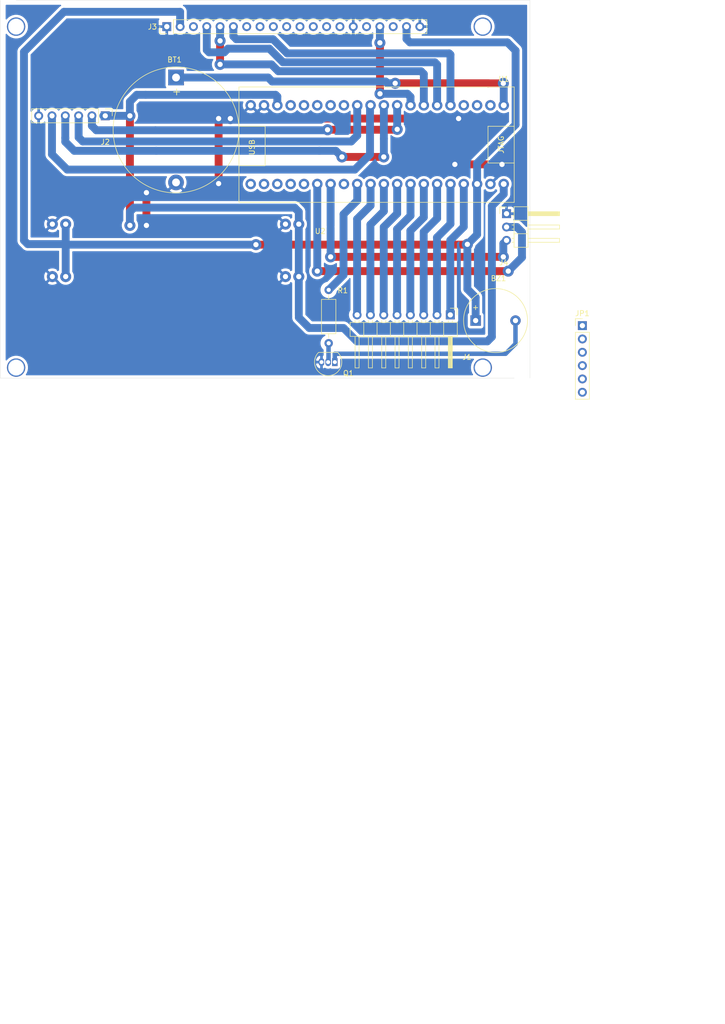
<source format=kicad_pcb>
(kicad_pcb (version 20171130) (host pcbnew "(5.1.10)-1")

  (general
    (thickness 1.6)
    (drawings 11)
    (tracks 224)
    (zones 0)
    (modules 12)
    (nets 54)
  )

  (page A4)
  (title_block
    (title CHIP8-PCB)
    (rev 1.0)
    (company UTN-FRBA)
    (comment 1 "GRUPRO 3")
  )

  (layers
    (0 F.Cu signal)
    (31 B.Cu signal)
    (32 B.Adhes user)
    (33 F.Adhes user)
    (34 B.Paste user)
    (35 F.Paste user)
    (36 B.SilkS user)
    (37 F.SilkS user)
    (38 B.Mask user)
    (39 F.Mask user)
    (40 Dwgs.User user)
    (41 Cmts.User user)
    (42 Eco1.User user)
    (43 Eco2.User user)
    (44 Edge.Cuts user)
    (45 Margin user)
    (46 B.CrtYd user)
    (47 F.CrtYd user)
    (48 B.Fab user)
    (49 F.Fab user)
  )

  (setup
    (last_trace_width 0.25)
    (user_trace_width 0.85)
    (user_trace_width 1.5)
    (trace_clearance 0.2)
    (zone_clearance 0.508)
    (zone_45_only no)
    (trace_min 0.2)
    (via_size 0.8)
    (via_drill 0.4)
    (via_min_size 0.4)
    (via_min_drill 0.3)
    (uvia_size 0.3)
    (uvia_drill 0.1)
    (uvias_allowed no)
    (uvia_min_size 0.2)
    (uvia_min_drill 0.1)
    (edge_width 0.05)
    (segment_width 0.2)
    (pcb_text_width 0.3)
    (pcb_text_size 1.5 1.5)
    (mod_edge_width 0.12)
    (mod_text_size 1 1)
    (mod_text_width 0.15)
    (pad_size 1.524 1.524)
    (pad_drill 0.762)
    (pad_to_mask_clearance 0)
    (aux_axis_origin 0 0)
    (visible_elements 7FFFFFFF)
    (pcbplotparams
      (layerselection 0x010fc_ffffffff)
      (usegerberextensions false)
      (usegerberattributes true)
      (usegerberadvancedattributes true)
      (creategerberjobfile true)
      (excludeedgelayer true)
      (linewidth 0.100000)
      (plotframeref false)
      (viasonmask false)
      (mode 1)
      (useauxorigin false)
      (hpglpennumber 1)
      (hpglpenspeed 20)
      (hpglpendiameter 15.000000)
      (psnegative false)
      (psa4output false)
      (plotreference true)
      (plotvalue true)
      (plotinvisibletext false)
      (padsonsilk false)
      (subtractmaskfromsilk false)
      (outputformat 1)
      (mirror false)
      (drillshape 1)
      (scaleselection 1)
      (outputdirectory ""))
  )

  (net 0 "")
  (net 1 GND)
  (net 2 +BATT)
  (net 3 +5V)
  (net 4 "Net-(BZ1-Pad2)")
  (net 5 /F1)
  (net 6 /F2)
  (net 7 /F3)
  (net 8 /F4)
  (net 9 /C1)
  (net 10 /C2)
  (net 11 /C3)
  (net 12 /C4)
  (net 13 +3V3)
  (net 14 "Net-(J3-Pad3)")
  (net 15 /LCD_1)
  (net 16 /LCD_2)
  (net 17 /LCD_3)
  (net 18 "Net-(J3-Pad7)")
  (net 19 "Net-(J3-Pad8)")
  (net 20 "Net-(J3-Pad9)")
  (net 21 "Net-(J3-Pad10)")
  (net 22 "Net-(J3-Pad11)")
  (net 23 "Net-(J3-Pad12)")
  (net 24 "Net-(J3-Pad13)")
  (net 25 "Net-(J3-Pad14)")
  (net 26 "Net-(J3-Pad16)")
  (net 27 "Net-(J3-Pad18)")
  (net 28 "Net-(Q1-Pad2)")
  (net 29 /Buzzer)
  (net 30 "Net-(U1-Pad2)")
  (net 31 "Net-(U1-Pad3)")
  (net 32 "Net-(U1-Pad4)")
  (net 33 "Net-(U1-Pad13)")
  (net 34 "Net-(U1-Pad28)")
  (net 35 "Net-(U1-Pad14)")
  (net 36 "Net-(U1-Pad15)")
  (net 37 "Net-(U1-Pad16)")
  (net 38 "Net-(U1-Pad25)")
  (net 39 "Net-(U1-Pad17)")
  (net 40 /RX_1)
  (net 41 /TX_1)
  (net 42 /SD_MISO)
  (net 43 /SD_CLK)
  (net 44 /SD_MOSI)
  (net 45 /SD_CS)
  (net 46 /LCD_CS)
  (net 47 /LCD_MOSI)
  (net 48 /LCD_CLK)
  (net 49 /LCD_RST)
  (net 50 "Net-(JP1-Pad2)")
  (net 51 "Net-(U1-Pad5)")
  (net 52 "Net-(U1-Pad6)")
  (net 53 "Net-(U1-Pad7)")

  (net_class Default "This is the default net class."
    (clearance 0.2)
    (trace_width 0.25)
    (via_dia 0.8)
    (via_drill 0.4)
    (uvia_dia 0.3)
    (uvia_drill 0.1)
    (add_net +3V3)
    (add_net +5V)
    (add_net +BATT)
    (add_net /Buzzer)
    (add_net /C1)
    (add_net /C2)
    (add_net /C3)
    (add_net /C4)
    (add_net /F1)
    (add_net /F2)
    (add_net /F3)
    (add_net /F4)
    (add_net /LCD_1)
    (add_net /LCD_2)
    (add_net /LCD_3)
    (add_net /LCD_CLK)
    (add_net /LCD_CS)
    (add_net /LCD_MOSI)
    (add_net /LCD_RST)
    (add_net /RX_1)
    (add_net /SD_CLK)
    (add_net /SD_CS)
    (add_net /SD_MISO)
    (add_net /SD_MOSI)
    (add_net /TX_1)
    (add_net GND)
    (add_net "Net-(BZ1-Pad2)")
    (add_net "Net-(J3-Pad10)")
    (add_net "Net-(J3-Pad11)")
    (add_net "Net-(J3-Pad12)")
    (add_net "Net-(J3-Pad13)")
    (add_net "Net-(J3-Pad14)")
    (add_net "Net-(J3-Pad16)")
    (add_net "Net-(J3-Pad18)")
    (add_net "Net-(J3-Pad3)")
    (add_net "Net-(J3-Pad7)")
    (add_net "Net-(J3-Pad8)")
    (add_net "Net-(J3-Pad9)")
    (add_net "Net-(JP1-Pad2)")
    (add_net "Net-(Q1-Pad2)")
    (add_net "Net-(U1-Pad13)")
    (add_net "Net-(U1-Pad14)")
    (add_net "Net-(U1-Pad15)")
    (add_net "Net-(U1-Pad16)")
    (add_net "Net-(U1-Pad17)")
    (add_net "Net-(U1-Pad2)")
    (add_net "Net-(U1-Pad25)")
    (add_net "Net-(U1-Pad28)")
    (add_net "Net-(U1-Pad3)")
    (add_net "Net-(U1-Pad4)")
    (add_net "Net-(U1-Pad5)")
    (add_net "Net-(U1-Pad6)")
    (add_net "Net-(U1-Pad7)")
  )

  (module Connector_PinHeader_2.54mm:PinHeader_1x06_P2.54mm_Vertical (layer F.Cu) (tedit 59FED5CC) (tstamp 61726BBF)
    (at 204 114)
    (descr "Through hole straight pin header, 1x06, 2.54mm pitch, single row")
    (tags "Through hole pin header THT 1x06 2.54mm single row")
    (path /617816B8)
    (fp_text reference JP1 (at 0 -2.33) (layer F.SilkS)
      (effects (font (size 1 1) (thickness 0.15)))
    )
    (fp_text value Jumper (at 0 4.87) (layer F.Fab)
      (effects (font (size 1 1) (thickness 0.15)))
    )
    (fp_text user %R (at 0 1.27 90) (layer F.Fab)
      (effects (font (size 1 1) (thickness 0.15)))
    )
    (fp_line (start -0.635 -1.27) (end 1.27 -1.27) (layer F.Fab) (width 0.1))
    (fp_line (start 1.27 -1.27) (end 1.27 13.97) (layer F.Fab) (width 0.1))
    (fp_line (start 1.27 13.97) (end -1.27 13.97) (layer F.Fab) (width 0.1))
    (fp_line (start -1.27 13.97) (end -1.27 -0.635) (layer F.Fab) (width 0.1))
    (fp_line (start -1.27 -0.635) (end -0.635 -1.27) (layer F.Fab) (width 0.1))
    (fp_line (start -1.33 14.03) (end 1.33 14.03) (layer F.SilkS) (width 0.12))
    (fp_line (start -1.33 1.27) (end -1.33 14.03) (layer F.SilkS) (width 0.12))
    (fp_line (start 1.33 1.27) (end 1.33 14.03) (layer F.SilkS) (width 0.12))
    (fp_line (start -1.33 1.27) (end 1.33 1.27) (layer F.SilkS) (width 0.12))
    (fp_line (start -1.33 0) (end -1.33 -1.33) (layer F.SilkS) (width 0.12))
    (fp_line (start -1.33 -1.33) (end 0 -1.33) (layer F.SilkS) (width 0.12))
    (fp_line (start -1.8 -1.8) (end -1.8 14.5) (layer F.CrtYd) (width 0.05))
    (fp_line (start -1.8 14.5) (end 1.8 14.5) (layer F.CrtYd) (width 0.05))
    (fp_line (start 1.8 14.5) (end 1.8 -1.8) (layer F.CrtYd) (width 0.05))
    (fp_line (start 1.8 -1.8) (end -1.8 -1.8) (layer F.CrtYd) (width 0.05))
    (pad 6 thru_hole oval (at 0 12.7) (size 1.7 1.7) (drill 1) (layers *.Cu *.Mask))
    (pad 5 thru_hole oval (at 0 10.16) (size 1.7 1.7) (drill 1) (layers *.Cu *.Mask))
    (pad 4 thru_hole oval (at 0 7.62) (size 1.7 1.7) (drill 1) (layers *.Cu *.Mask))
    (pad 3 thru_hole oval (at 0 5.08) (size 1.7 1.7) (drill 1) (layers *.Cu *.Mask))
    (pad 2 thru_hole oval (at 0 2.54) (size 1.7 1.7) (drill 1) (layers *.Cu *.Mask)
      (net 50 "Net-(JP1-Pad2)"))
    (pad 1 thru_hole rect (at 0 0) (size 1.7 1.7) (drill 1) (layers *.Cu *.Mask)
      (net 29 /Buzzer))
    (model ${KISYS3DMOD}/Connector_PinHeader_2.54mm.3dshapes/PinHeader_1x06_P2.54mm_Vertical.wrl
      (at (xyz 0 0 0))
      (scale (xyz 1 1 1))
      (rotate (xyz 0 0 0))
    )
  )

  (module Placa:BatteryHolder_Keystone_103_1x20mm (layer F.Cu) (tedit 61523362) (tstamp 614FBDDB)
    (at 126.5 66.7 270)
    (descr http://www.keyelco.com/product-pdf.cfm?p=719)
    (tags "Keystone type 103 battery holder")
    (path /615277F3)
    (fp_text reference BT1 (at -3.39558 0.28412 180) (layer F.SilkS)
      (effects (font (size 1 1) (thickness 0.15)))
    )
    (fp_text value Battery_Holder_CR2032 (at 22.74864 18.46544 180) (layer F.Fab)
      (effects (font (size 1 1) (thickness 0.15)))
    )
    (fp_text user %R (at 0 0 90) (layer F.Fab)
      (effects (font (size 1 1) (thickness 0.15)))
    )
    (fp_text user + (at 2.75 0 90) (layer F.SilkS)
      (effects (font (size 1.5 1.5) (thickness 0.15)))
    )
    (fp_line (start 0 -1.3) (end 0 1.3) (layer F.Fab) (width 0.1))
    (fp_circle (center 10 0) (end 22 0) (layer F.SilkS) (width 0.12))
    (pad 1 thru_hole rect (at 0 0 270) (size 3 3) (drill 1.5) (layers *.Cu *.Mask)
      (net 2 +BATT))
    (pad 2 thru_hole circle (at 20 0 270) (size 3 3) (drill 1.5) (layers *.Cu *.Mask)
      (net 1 GND))
    (model ${KISYS3DMOD}/Battery.3dshapes/BatteryHolder_Keystone_103_1x20mm.wrl
      (at (xyz 0 0 0))
      (scale (xyz 1 1 1))
      (rotate (xyz 0 0 0))
    )
  )

  (module Connector_PinHeader_2.54mm:PinHeader_1x03_P2.54mm_Horizontal (layer F.Cu) (tedit 59FED5CB) (tstamp 6152997E)
    (at 189.5348 92.6592)
    (descr "Through hole angled pin header, 1x03, 2.54mm pitch, 6mm pin length, single row")
    (tags "Through hole angled pin header THT 1x03 2.54mm single row")
    (path /615256F9)
    (fp_text reference J4 (at -0.5348 9.3408) (layer F.SilkS)
      (effects (font (size 1 1) (thickness 0.15)))
    )
    (fp_text value Conn_01x03_Male-UART (at -11.5348 1.3408) (layer F.Fab)
      (effects (font (size 1 1) (thickness 0.15)))
    )
    (fp_text user %R (at -0.5348 9.3408 180) (layer F.Fab)
      (effects (font (size 1 1) (thickness 0.15)))
    )
    (fp_line (start 2.135 -1.27) (end 4.04 -1.27) (layer F.Fab) (width 0.1))
    (fp_line (start 4.04 -1.27) (end 4.04 6.35) (layer F.Fab) (width 0.1))
    (fp_line (start 4.04 6.35) (end 1.5 6.35) (layer F.Fab) (width 0.1))
    (fp_line (start 1.5 6.35) (end 1.5 -0.635) (layer F.Fab) (width 0.1))
    (fp_line (start 1.5 -0.635) (end 2.135 -1.27) (layer F.Fab) (width 0.1))
    (fp_line (start -0.32 -0.32) (end 1.5 -0.32) (layer F.Fab) (width 0.1))
    (fp_line (start -0.32 -0.32) (end -0.32 0.32) (layer F.Fab) (width 0.1))
    (fp_line (start -0.32 0.32) (end 1.5 0.32) (layer F.Fab) (width 0.1))
    (fp_line (start 4.04 -0.32) (end 10.04 -0.32) (layer F.Fab) (width 0.1))
    (fp_line (start 10.04 -0.32) (end 10.04 0.32) (layer F.Fab) (width 0.1))
    (fp_line (start 4.04 0.32) (end 10.04 0.32) (layer F.Fab) (width 0.1))
    (fp_line (start -0.32 2.22) (end 1.5 2.22) (layer F.Fab) (width 0.1))
    (fp_line (start -0.32 2.22) (end -0.32 2.86) (layer F.Fab) (width 0.1))
    (fp_line (start -0.32 2.86) (end 1.5 2.86) (layer F.Fab) (width 0.1))
    (fp_line (start 4.04 2.22) (end 10.04 2.22) (layer F.Fab) (width 0.1))
    (fp_line (start 10.04 2.22) (end 10.04 2.86) (layer F.Fab) (width 0.1))
    (fp_line (start 4.04 2.86) (end 10.04 2.86) (layer F.Fab) (width 0.1))
    (fp_line (start -0.32 4.76) (end 1.5 4.76) (layer F.Fab) (width 0.1))
    (fp_line (start -0.32 4.76) (end -0.32 5.4) (layer F.Fab) (width 0.1))
    (fp_line (start -0.32 5.4) (end 1.5 5.4) (layer F.Fab) (width 0.1))
    (fp_line (start 4.04 4.76) (end 10.04 4.76) (layer F.Fab) (width 0.1))
    (fp_line (start 10.04 4.76) (end 10.04 5.4) (layer F.Fab) (width 0.1))
    (fp_line (start 4.04 5.4) (end 10.04 5.4) (layer F.Fab) (width 0.1))
    (fp_line (start 1.44 -1.33) (end 1.44 6.41) (layer F.SilkS) (width 0.12))
    (fp_line (start 1.44 6.41) (end 4.1 6.41) (layer F.SilkS) (width 0.12))
    (fp_line (start 4.1 6.41) (end 4.1 -1.33) (layer F.SilkS) (width 0.12))
    (fp_line (start 4.1 -1.33) (end 1.44 -1.33) (layer F.SilkS) (width 0.12))
    (fp_line (start 4.1 -0.38) (end 10.1 -0.38) (layer F.SilkS) (width 0.12))
    (fp_line (start 10.1 -0.38) (end 10.1 0.38) (layer F.SilkS) (width 0.12))
    (fp_line (start 10.1 0.38) (end 4.1 0.38) (layer F.SilkS) (width 0.12))
    (fp_line (start 4.1 -0.32) (end 10.1 -0.32) (layer F.SilkS) (width 0.12))
    (fp_line (start 4.1 -0.2) (end 10.1 -0.2) (layer F.SilkS) (width 0.12))
    (fp_line (start 4.1 -0.08) (end 10.1 -0.08) (layer F.SilkS) (width 0.12))
    (fp_line (start 4.1 0.04) (end 10.1 0.04) (layer F.SilkS) (width 0.12))
    (fp_line (start 4.1 0.16) (end 10.1 0.16) (layer F.SilkS) (width 0.12))
    (fp_line (start 4.1 0.28) (end 10.1 0.28) (layer F.SilkS) (width 0.12))
    (fp_line (start 1.11 -0.38) (end 1.44 -0.38) (layer F.SilkS) (width 0.12))
    (fp_line (start 1.11 0.38) (end 1.44 0.38) (layer F.SilkS) (width 0.12))
    (fp_line (start 1.44 1.27) (end 4.1 1.27) (layer F.SilkS) (width 0.12))
    (fp_line (start 4.1 2.16) (end 10.1 2.16) (layer F.SilkS) (width 0.12))
    (fp_line (start 10.1 2.16) (end 10.1 2.92) (layer F.SilkS) (width 0.12))
    (fp_line (start 10.1 2.92) (end 4.1 2.92) (layer F.SilkS) (width 0.12))
    (fp_line (start 1.042929 2.16) (end 1.44 2.16) (layer F.SilkS) (width 0.12))
    (fp_line (start 1.042929 2.92) (end 1.44 2.92) (layer F.SilkS) (width 0.12))
    (fp_line (start 1.44 3.81) (end 4.1 3.81) (layer F.SilkS) (width 0.12))
    (fp_line (start 4.1 4.7) (end 10.1 4.7) (layer F.SilkS) (width 0.12))
    (fp_line (start 10.1 4.7) (end 10.1 5.46) (layer F.SilkS) (width 0.12))
    (fp_line (start 10.1 5.46) (end 4.1 5.46) (layer F.SilkS) (width 0.12))
    (fp_line (start 1.042929 4.7) (end 1.44 4.7) (layer F.SilkS) (width 0.12))
    (fp_line (start 1.042929 5.46) (end 1.44 5.46) (layer F.SilkS) (width 0.12))
    (fp_line (start -1.27 0) (end -1.27 -1.27) (layer F.SilkS) (width 0.12))
    (fp_line (start -1.27 -1.27) (end 0 -1.27) (layer F.SilkS) (width 0.12))
    (fp_line (start -1.8 -1.8) (end -1.8 6.85) (layer F.CrtYd) (width 0.05))
    (fp_line (start -1.8 6.85) (end 10.55 6.85) (layer F.CrtYd) (width 0.05))
    (fp_line (start 10.55 6.85) (end 10.55 -1.8) (layer F.CrtYd) (width 0.05))
    (fp_line (start 10.55 -1.8) (end -1.8 -1.8) (layer F.CrtYd) (width 0.05))
    (pad 3 thru_hole oval (at 0 5.08) (size 1.7 1.7) (drill 1) (layers *.Cu *.Mask)
      (net 40 /RX_1))
    (pad 2 thru_hole oval (at 0 2.54) (size 1.7 1.7) (drill 1) (layers *.Cu *.Mask)
      (net 41 /TX_1))
    (pad 1 thru_hole rect (at 0 0) (size 1.7 1.7) (drill 1) (layers *.Cu *.Mask)
      (net 1 GND))
    (model ${KISYS3DMOD}/Connector_PinHeader_2.54mm.3dshapes/PinHeader_1x03_P2.54mm_Horizontal.wrl
      (at (xyz 0 0 0))
      (scale (xyz 1 1 1))
      (rotate (xyz 0 0 0))
    )
  )

  (module Placa:Blue_Pill (layer F.Cu) (tedit 6153BE77) (tstamp 61528FA3)
    (at 189 72 270)
    (path /6160BC1E)
    (fp_text reference U1 (at -5 0 180) (layer F.SilkS)
      (effects (font (size 1 1) (thickness 0.15)))
    )
    (fp_text value STM32F103C8Tx (at -4.76676 8.11364 180) (layer F.Fab)
      (effects (font (size 1 1) (thickness 0.15)))
    )
    (fp_text user USB (at 8 48 90) (layer F.SilkS)
      (effects (font (size 1 1) (thickness 0.15)))
    )
    (fp_text user JTAG (at 7.5 0.5 90) (layer F.SilkS)
      (effects (font (size 1 1) (thickness 0.15)))
    )
    (fp_text user "Esta espejada para que quede ok" (at 7.75 22.75) (layer Dwgs.User)
      (effects (font (size 1 1) (thickness 0.15)))
    )
    (fp_text user JTAG (at 7.5 0.5 90) (layer Dwgs.User)
      (effects (font (size 1 1) (thickness 0.15)))
    )
    (fp_text user USB (at 8 48 90) (layer Dwgs.User)
      (effects (font (size 1 1) (thickness 0.15)))
    )
    (fp_line (start 4 45.5) (end 4 50.5) (layer F.SilkS) (width 0.12))
    (fp_line (start 11.5 45.5) (end 4 45.5) (layer F.SilkS) (width 0.12))
    (fp_line (start 11.5 50.5) (end 11.5 45.5) (layer F.SilkS) (width 0.12))
    (fp_line (start 4 3) (end 4 -2) (layer F.SilkS) (width 0.12))
    (fp_line (start 11 3) (end 4 3) (layer F.SilkS) (width 0.12))
    (fp_line (start 11 -2) (end 11 3) (layer F.SilkS) (width 0.12))
    (fp_line (start 18.5 50.5) (end 18.5 -2) (layer F.SilkS) (width 0.12))
    (fp_line (start -3.5 50.5) (end 18.5 50.5) (layer F.SilkS) (width 0.12))
    (fp_line (start -3.5 -2) (end -3.5 50.5) (layer F.SilkS) (width 0.12))
    (fp_line (start 18.5 -2) (end -3.5 -2) (layer F.SilkS) (width 0.12))
    (fp_line (start -3.5 50.5) (end -3.5 -2) (layer Dwgs.User) (width 0.12))
    (fp_line (start 18.5 50.5) (end -3.5 50.5) (layer Dwgs.User) (width 0.12))
    (fp_line (start 18.5 -2) (end 18.5 50.5) (layer Dwgs.User) (width 0.12))
    (fp_line (start -3.5 -2) (end 18.5 -2) (layer Dwgs.User) (width 0.12))
    (fp_line (start 4 -2) (end 4 3) (layer Dwgs.User) (width 0.12))
    (fp_line (start 4 3) (end 11 3) (layer Dwgs.User) (width 0.12))
    (fp_line (start 11 3) (end 11 -2) (layer Dwgs.User) (width 0.12))
    (fp_line (start 4 50.5) (end 4 45.5) (layer Dwgs.User) (width 0.12))
    (fp_line (start 4 45.5) (end 11.5 45.5) (layer Dwgs.User) (width 0.12))
    (fp_line (start 11.5 45.5) (end 11.5 50.5) (layer Dwgs.User) (width 0.12))
    (pad 21 thru_hole circle (at 15 48.26 270) (size 2 2) (drill 1.1) (layers *.Cu *.Mask)
      (net 46 /LCD_CS))
    (pad 20 thru_hole circle (at 0 48.26 270) (size 2 2) (drill 1.1) (layers *.Cu *.Mask)
      (net 1 GND))
    (pad 22 thru_hole circle (at 15 45.72 270) (size 2 2) (drill 1.1) (layers *.Cu *.Mask)
      (net 48 /LCD_CLK))
    (pad 19 thru_hole circle (at 0 45.72 270) (size 2 2) (drill 1.1) (layers *.Cu *.Mask)
      (net 1 GND))
    (pad 23 thru_hole circle (at 15 43.18 270) (size 2 2) (drill 1.1) (layers *.Cu *.Mask))
    (pad 18 thru_hole circle (at 0 43.18 270) (size 2 2) (drill 1.1) (layers *.Cu *.Mask)
      (net 13 +3V3))
    (pad 24 thru_hole circle (at 15 40.64 270) (size 2 2) (drill 1.1) (layers *.Cu *.Mask)
      (net 47 /LCD_MOSI))
    (pad 17 thru_hole circle (at 0 40.64 270) (size 2 2) (drill 1.1) (layers *.Cu *.Mask)
      (net 39 "Net-(U1-Pad17)"))
    (pad 25 thru_hole circle (at 15 38.1 270) (size 2 2) (drill 1.1) (layers *.Cu *.Mask)
      (net 38 "Net-(U1-Pad25)"))
    (pad 16 thru_hole circle (at 0 38.1 270) (size 2 2) (drill 1.1) (layers *.Cu *.Mask)
      (net 37 "Net-(U1-Pad16)"))
    (pad 26 thru_hole circle (at 15 35.56 270) (size 2 2) (drill 1.1) (layers *.Cu *.Mask)
      (net 41 /TX_1))
    (pad 15 thru_hole circle (at 0 35.56 270) (size 2 2) (drill 1.1) (layers *.Cu *.Mask)
      (net 36 "Net-(U1-Pad15)"))
    (pad 27 thru_hole circle (at 15 33.02 270) (size 2 2) (drill 1.1) (layers *.Cu *.Mask)
      (net 40 /RX_1))
    (pad 14 thru_hole circle (at 0 33.02 270) (size 2 2) (drill 1.1) (layers *.Cu *.Mask)
      (net 35 "Net-(U1-Pad14)"))
    (pad 28 thru_hole circle (at 15 30.48 270) (size 2 2) (drill 1.1) (layers *.Cu *.Mask)
      (net 34 "Net-(U1-Pad28)"))
    (pad 13 thru_hole circle (at 0 30.48 270) (size 2 2) (drill 1.1) (layers *.Cu *.Mask)
      (net 33 "Net-(U1-Pad13)"))
    (pad 29 thru_hole circle (at 15 27.94 270) (size 2 2) (drill 1.1) (layers *.Cu *.Mask)
      (net 29 /Buzzer))
    (pad 12 thru_hole circle (at 0 27.94 270) (size 2 2) (drill 1.1) (layers *.Cu *.Mask)
      (net 44 /SD_MOSI))
    (pad 30 thru_hole circle (at 15 25.4 270) (size 2 2) (drill 1.1) (layers *.Cu *.Mask)
      (net 12 /C4))
    (pad 11 thru_hole circle (at 0 25.4 270) (size 2 2) (drill 1.1) (layers *.Cu *.Mask)
      (net 42 /SD_MISO))
    (pad 31 thru_hole circle (at 15 22.86 270) (size 2 2) (drill 1.1) (layers *.Cu *.Mask)
      (net 11 /C3))
    (pad 10 thru_hole circle (at 0 22.86 270) (size 2 2) (drill 1.1) (layers *.Cu *.Mask)
      (net 43 /SD_CLK))
    (pad 32 thru_hole circle (at 15 20.32 270) (size 2 2) (drill 1.1) (layers *.Cu *.Mask)
      (net 10 /C2))
    (pad 9 thru_hole circle (at 0 20.32 270) (size 2 2) (drill 1.1) (layers *.Cu *.Mask)
      (net 45 /SD_CS))
    (pad 33 thru_hole circle (at 15 17.78 270) (size 2 2) (drill 1.1) (layers *.Cu *.Mask)
      (net 9 /C1))
    (pad 8 thru_hole circle (at 0 17.78 270) (size 2 2) (drill 1.1) (layers *.Cu *.Mask)
      (net 49 /LCD_RST))
    (pad 34 thru_hole circle (at 15 15.24 270) (size 2 2) (drill 1.1) (layers *.Cu *.Mask)
      (net 8 /F4))
    (pad 7 thru_hole circle (at 0 15.24 270) (size 2 2) (drill 1.1) (layers *.Cu *.Mask)
      (net 53 "Net-(U1-Pad7)"))
    (pad 35 thru_hole circle (at 15 12.7 270) (size 2 2) (drill 1.1) (layers *.Cu *.Mask)
      (net 7 /F3))
    (pad 6 thru_hole circle (at 0 12.7 270) (size 2 2) (drill 1.1) (layers *.Cu *.Mask)
      (net 52 "Net-(U1-Pad6)"))
    (pad 36 thru_hole circle (at 15 10.16 270) (size 2 2) (drill 1.1) (layers *.Cu *.Mask)
      (net 6 /F2))
    (pad 5 thru_hole circle (at 0 10.16 270) (size 2 2) (drill 1.1) (layers *.Cu *.Mask)
      (net 51 "Net-(U1-Pad5)"))
    (pad 37 thru_hole circle (at 15 7.62 270) (size 2 2) (drill 1.1) (layers *.Cu *.Mask)
      (net 5 /F1))
    (pad 4 thru_hole circle (at 0 7.62 270) (size 2 2) (drill 1.1) (layers *.Cu *.Mask)
      (net 32 "Net-(U1-Pad4)"))
    (pad 38 thru_hole circle (at 15 5.08 270) (size 2 2) (drill 1.1) (layers *.Cu *.Mask)
      (net 3 +5V))
    (pad 3 thru_hole circle (at 0 5.08 270) (size 2 2) (drill 1.1) (layers *.Cu *.Mask)
      (net 31 "Net-(U1-Pad3)"))
    (pad 39 thru_hole circle (at 15 2.54 270) (size 2 2) (drill 1.1) (layers *.Cu *.Mask)
      (net 1 GND))
    (pad 2 thru_hole circle (at 0 2.54 270) (size 2 2) (drill 1.1) (layers *.Cu *.Mask)
      (net 30 "Net-(U1-Pad2)"))
    (pad 40 thru_hole circle (at 15 0 270) (size 2 2) (drill 1.1) (layers *.Cu *.Mask)
      (net 13 +3V3))
    (pad 1 thru_hole circle (at 0 0 270) (size 2 2) (drill 1.1) (layers *.Cu *.Mask)
      (net 2 +BATT))
  )

  (module Placa:Fuente (layer F.Cu) (tedit 614F625C) (tstamp 615243DC)
    (at 149.9128 94.6492 180)
    (path /615EFB9F)
    (fp_text reference U2 (at -4.0872 -1.3508 180) (layer F.SilkS)
      (effects (font (size 1 1) (thickness 0.15)))
    )
    (fp_text value Fuente (at -5.17452 0.21708 180) (layer F.Fab)
      (effects (font (size 1 1) (thickness 0.15)))
    )
    (fp_text user SWITCH (at 12 -24.5 180) (layer Dwgs.User)
      (effects (font (size 1 1) (thickness 0.15)))
    )
    (fp_line (start 15 -27.5) (end 9 -27.5) (layer Dwgs.User) (width 0.12))
    (fp_line (start 15 -22) (end 15 -27.5) (layer Dwgs.User) (width 0.12))
    (fp_line (start 9 -22) (end 15 -22) (layer Dwgs.User) (width 0.12))
    (fp_line (start 9 -27.5) (end 9 -22) (layer Dwgs.User) (width 0.12))
    (fp_line (start -1.5 -29) (end -2.5 -29) (layer Dwgs.User) (width 0.12))
    (fp_line (start -2.5 -29) (end -2.5 3) (layer Dwgs.User) (width 0.12))
    (fp_line (start 49.5 -29) (end -1.5 -29) (layer Dwgs.User) (width 0.12))
    (fp_line (start 49.5 3) (end 49.5 -29) (layer Dwgs.User) (width 0.12))
    (fp_line (start -2.5 3) (end 49.5 3) (layer Dwgs.User) (width 0.12))
    (pad 2 thru_hole circle (at 44.46 -10 180) (size 2.1 2.1) (drill 1) (layers *.Cu *.Mask)
      (net 1 GND))
    (pad 1 thru_hole circle (at 47 -10 180) (size 2.1 2.1) (drill 1) (layers *.Cu *.Mask)
      (net 13 +3V3))
    (pad 2 thru_hole circle (at 44.46 0 180) (size 2.1 2.1) (drill 1) (layers *.Cu *.Mask)
      (net 1 GND))
    (pad 3 thru_hole circle (at 2.54 -10 180) (size 2.1 2.1) (drill 1) (layers *.Cu *.Mask)
      (net 3 +5V))
    (pad 4 thru_hole circle (at 0 -10 180) (size 2.1 2.1) (drill 1) (layers *.Cu *.Mask)
      (net 1 GND))
    (pad 3 thru_hole circle (at 2.54 0 180) (size 2.1 2.1) (drill 1) (layers *.Cu *.Mask)
      (net 3 +5V))
    (pad 4 thru_hole circle (at 0 0 180) (size 2.1 2.1) (drill 1) (layers *.Cu *.Mask)
      (net 1 GND))
    (pad 1 thru_hole circle (at 47 0 180) (size 2.1 2.1) (drill 1) (layers *.Cu *.Mask)
      (net 13 +3V3))
  )

  (module Resistor_THT:R_Axial_DIN0207_L6.3mm_D2.5mm_P10.16mm_Horizontal (layer F.Cu) (tedit 5AE5139B) (tstamp 6152439D)
    (at 155.6128 117.3492 90)
    (descr "Resistor, Axial_DIN0207 series, Axial, Horizontal, pin pitch=10.16mm, 0.25W = 1/4W, length*diameter=6.3*2.5mm^2, http://cdn-reichelt.de/documents/datenblatt/B400/1_4W%23YAG.pdf")
    (tags "Resistor Axial_DIN0207 series Axial Horizontal pin pitch 10.16mm 0.25W = 1/4W length 6.3mm diameter 2.5mm")
    (path /61519A86)
    (fp_text reference R1 (at 10.04944 2.68508 180) (layer F.SilkS)
      (effects (font (size 1 1) (thickness 0.15)))
    )
    (fp_text value 10KΩ (at 12.41164 0.05364 180) (layer F.Fab)
      (effects (font (size 1 1) (thickness 0.15)))
    )
    (fp_text user %R (at 5.08 0 90) (layer F.Fab)
      (effects (font (size 1 1) (thickness 0.15)))
    )
    (fp_line (start 1.93 -1.25) (end 1.93 1.25) (layer F.Fab) (width 0.1))
    (fp_line (start 1.93 1.25) (end 8.23 1.25) (layer F.Fab) (width 0.1))
    (fp_line (start 8.23 1.25) (end 8.23 -1.25) (layer F.Fab) (width 0.1))
    (fp_line (start 8.23 -1.25) (end 1.93 -1.25) (layer F.Fab) (width 0.1))
    (fp_line (start 0 0) (end 1.93 0) (layer F.Fab) (width 0.1))
    (fp_line (start 10.16 0) (end 8.23 0) (layer F.Fab) (width 0.1))
    (fp_line (start 1.81 -1.37) (end 1.81 1.37) (layer F.SilkS) (width 0.12))
    (fp_line (start 1.81 1.37) (end 8.35 1.37) (layer F.SilkS) (width 0.12))
    (fp_line (start 8.35 1.37) (end 8.35 -1.37) (layer F.SilkS) (width 0.12))
    (fp_line (start 8.35 -1.37) (end 1.81 -1.37) (layer F.SilkS) (width 0.12))
    (fp_line (start 1.04 0) (end 1.81 0) (layer F.SilkS) (width 0.12))
    (fp_line (start 9.12 0) (end 8.35 0) (layer F.SilkS) (width 0.12))
    (fp_line (start -1.05 -1.5) (end -1.05 1.5) (layer F.CrtYd) (width 0.05))
    (fp_line (start -1.05 1.5) (end 11.21 1.5) (layer F.CrtYd) (width 0.05))
    (fp_line (start 11.21 1.5) (end 11.21 -1.5) (layer F.CrtYd) (width 0.05))
    (fp_line (start 11.21 -1.5) (end -1.05 -1.5) (layer F.CrtYd) (width 0.05))
    (pad 2 thru_hole oval (at 10.16 0 90) (size 1.6 1.6) (drill 0.8) (layers *.Cu *.Mask)
      (net 50 "Net-(JP1-Pad2)"))
    (pad 1 thru_hole circle (at 0 0 90) (size 1.6 1.6) (drill 0.8) (layers *.Cu *.Mask)
      (net 28 "Net-(Q1-Pad2)"))
    (model ${KISYS3DMOD}/Resistor_THT.3dshapes/R_Axial_DIN0207_L6.3mm_D2.5mm_P10.16mm_Horizontal.wrl
      (at (xyz 0 0 0))
      (scale (xyz 1 1 1))
      (rotate (xyz 0 0 0))
    )
  )

  (module Connector_PinHeader_2.54mm:PinHeader_1x20_P2.54mm_Vertical (layer F.Cu) (tedit 59FED5CC) (tstamp 614FCC22)
    (at 124.74 57 90)
    (descr "Through hole straight pin header, 1x20, 2.54mm pitch, single row")
    (tags "Through hole pin header THT 1x20 2.54mm single row")
    (path /6152DDD6)
    (fp_text reference J3 (at -0.03824 -2.74634 180) (layer F.SilkS)
      (effects (font (size 1 1) (thickness 0.15)))
    )
    (fp_text value Conn_01x20_Female_LCD (at 2.63892 37.09356 180) (layer F.Fab)
      (effects (font (size 1 1) (thickness 0.15)))
    )
    (fp_text user %R (at 0 24.13) (layer F.Fab)
      (effects (font (size 1 1) (thickness 0.15)))
    )
    (fp_line (start -0.635 -1.27) (end 1.27 -1.27) (layer F.Fab) (width 0.1))
    (fp_line (start 1.27 -1.27) (end 1.27 49.53) (layer F.Fab) (width 0.1))
    (fp_line (start 1.27 49.53) (end -1.27 49.53) (layer F.Fab) (width 0.1))
    (fp_line (start -1.27 49.53) (end -1.27 -0.635) (layer F.Fab) (width 0.1))
    (fp_line (start -1.27 -0.635) (end -0.635 -1.27) (layer F.Fab) (width 0.1))
    (fp_line (start -1.33 49.59) (end 1.33 49.59) (layer F.SilkS) (width 0.12))
    (fp_line (start -1.33 1.27) (end -1.33 49.59) (layer F.SilkS) (width 0.12))
    (fp_line (start 1.33 1.27) (end 1.33 49.59) (layer F.SilkS) (width 0.12))
    (fp_line (start -1.33 1.27) (end 1.33 1.27) (layer F.SilkS) (width 0.12))
    (fp_line (start -1.33 0) (end -1.33 -1.33) (layer F.SilkS) (width 0.12))
    (fp_line (start -1.33 -1.33) (end 0 -1.33) (layer F.SilkS) (width 0.12))
    (fp_line (start -1.8 -1.8) (end -1.8 50.05) (layer F.CrtYd) (width 0.05))
    (fp_line (start -1.8 50.05) (end 1.8 50.05) (layer F.CrtYd) (width 0.05))
    (fp_line (start 1.8 50.05) (end 1.8 -1.8) (layer F.CrtYd) (width 0.05))
    (fp_line (start 1.8 -1.8) (end -1.8 -1.8) (layer F.CrtYd) (width 0.05))
    (pad 20 thru_hole oval (at 0 48.26 90) (size 1.7 1.7) (drill 1) (layers *.Cu *.Mask)
      (net 1 GND))
    (pad 19 thru_hole oval (at 0 45.72 90) (size 1.7 1.7) (drill 1) (layers *.Cu *.Mask)
      (net 3 +5V))
    (pad 18 thru_hole oval (at 0 43.18 90) (size 1.7 1.7) (drill 1) (layers *.Cu *.Mask)
      (net 27 "Net-(J3-Pad18)"))
    (pad 17 thru_hole oval (at 0 40.64 90) (size 1.7 1.7) (drill 1) (layers *.Cu *.Mask)
      (net 49 /LCD_RST))
    (pad 16 thru_hole oval (at 0 38.1 90) (size 1.7 1.7) (drill 1) (layers *.Cu *.Mask)
      (net 26 "Net-(J3-Pad16)"))
    (pad 15 thru_hole oval (at 0 35.56 90) (size 1.7 1.7) (drill 1) (layers *.Cu *.Mask)
      (net 1 GND))
    (pad 14 thru_hole oval (at 0 33.02 90) (size 1.7 1.7) (drill 1) (layers *.Cu *.Mask)
      (net 25 "Net-(J3-Pad14)"))
    (pad 13 thru_hole oval (at 0 30.48 90) (size 1.7 1.7) (drill 1) (layers *.Cu *.Mask)
      (net 24 "Net-(J3-Pad13)"))
    (pad 12 thru_hole oval (at 0 27.94 90) (size 1.7 1.7) (drill 1) (layers *.Cu *.Mask)
      (net 23 "Net-(J3-Pad12)"))
    (pad 11 thru_hole oval (at 0 25.4 90) (size 1.7 1.7) (drill 1) (layers *.Cu *.Mask)
      (net 22 "Net-(J3-Pad11)"))
    (pad 10 thru_hole oval (at 0 22.86 90) (size 1.7 1.7) (drill 1) (layers *.Cu *.Mask)
      (net 21 "Net-(J3-Pad10)"))
    (pad 9 thru_hole oval (at 0 20.32 90) (size 1.7 1.7) (drill 1) (layers *.Cu *.Mask)
      (net 20 "Net-(J3-Pad9)"))
    (pad 8 thru_hole oval (at 0 17.78 90) (size 1.7 1.7) (drill 1) (layers *.Cu *.Mask)
      (net 19 "Net-(J3-Pad8)"))
    (pad 7 thru_hole oval (at 0 15.24 90) (size 1.7 1.7) (drill 1) (layers *.Cu *.Mask)
      (net 18 "Net-(J3-Pad7)"))
    (pad 6 thru_hole oval (at 0 12.7 90) (size 1.7 1.7) (drill 1) (layers *.Cu *.Mask)
      (net 48 /LCD_CLK))
    (pad 5 thru_hole oval (at 0 10.16 90) (size 1.7 1.7) (drill 1) (layers *.Cu *.Mask)
      (net 47 /LCD_MOSI))
    (pad 4 thru_hole oval (at 0 7.62 90) (size 1.7 1.7) (drill 1) (layers *.Cu *.Mask)
      (net 46 /LCD_CS))
    (pad 3 thru_hole oval (at 0 5.08 90) (size 1.7 1.7) (drill 1) (layers *.Cu *.Mask)
      (net 14 "Net-(J3-Pad3)"))
    (pad 2 thru_hole oval (at 0 2.54 90) (size 1.7 1.7) (drill 1) (layers *.Cu *.Mask)
      (net 3 +5V))
    (pad 1 thru_hole rect (at 0 0 90) (size 1.7 1.7) (drill 1) (layers *.Cu *.Mask)
      (net 1 GND))
    (model ${KISYS3DMOD}/Connector_PinHeader_2.54mm.3dshapes/PinHeader_1x20_P2.54mm_Vertical.wrl
      (at (xyz 0 0 0))
      (scale (xyz 1 1 1))
      (rotate (xyz 0 0 0))
    )
  )

  (module Connector_PinHeader_2.54mm:PinHeader_1x06_P2.54mm_Vertical (layer F.Cu) (tedit 59FED5CC) (tstamp 614FFF58)
    (at 113 74 270)
    (descr "Through hole straight pin header, 1x06, 2.54mm pitch, single row")
    (tags "Through hole pin header THT 1x06 2.54mm single row")
    (path /6150C5A6)
    (fp_text reference J2 (at 5 0 180) (layer F.SilkS)
      (effects (font (size 1 1) (thickness 0.15)))
    )
    (fp_text value Conn_01x06_Female-SD (at 3.10352 8 180) (layer F.Fab)
      (effects (font (size 1 1) (thickness 0.15)))
    )
    (fp_text user %R (at 1 7) (layer F.Fab)
      (effects (font (size 1 1) (thickness 0.15)))
    )
    (fp_line (start -0.635 -1.27) (end 1.27 -1.27) (layer F.Fab) (width 0.1))
    (fp_line (start 1.27 -1.27) (end 1.27 13.97) (layer F.Fab) (width 0.1))
    (fp_line (start 1.27 13.97) (end -1.27 13.97) (layer F.Fab) (width 0.1))
    (fp_line (start -1.27 13.97) (end -1.27 -0.635) (layer F.Fab) (width 0.1))
    (fp_line (start -1.27 -0.635) (end -0.635 -1.27) (layer F.Fab) (width 0.1))
    (fp_line (start -1.33 14.03) (end 1.33 14.03) (layer F.SilkS) (width 0.12))
    (fp_line (start -1.33 1.27) (end -1.33 14.03) (layer F.SilkS) (width 0.12))
    (fp_line (start 1.33 1.27) (end 1.33 14.03) (layer F.SilkS) (width 0.12))
    (fp_line (start -1.33 1.27) (end 1.33 1.27) (layer F.SilkS) (width 0.12))
    (fp_line (start -1.33 0) (end -1.33 -1.33) (layer F.SilkS) (width 0.12))
    (fp_line (start -1.33 -1.33) (end 0 -1.33) (layer F.SilkS) (width 0.12))
    (fp_line (start -1.8 -1.8) (end -1.8 14.5) (layer F.CrtYd) (width 0.05))
    (fp_line (start -1.8 14.5) (end 1.8 14.5) (layer F.CrtYd) (width 0.05))
    (fp_line (start 1.8 14.5) (end 1.8 -1.8) (layer F.CrtYd) (width 0.05))
    (fp_line (start 1.8 -1.8) (end -1.8 -1.8) (layer F.CrtYd) (width 0.05))
    (pad 6 thru_hole oval (at 0 12.7 270) (size 1.7 1.7) (drill 1) (layers *.Cu *.Mask)
      (net 1 GND))
    (pad 5 thru_hole oval (at 0 10.16 270) (size 1.7 1.7) (drill 1) (layers *.Cu *.Mask)
      (net 42 /SD_MISO))
    (pad 4 thru_hole oval (at 0 7.62 270) (size 1.7 1.7) (drill 1) (layers *.Cu *.Mask)
      (net 43 /SD_CLK))
    (pad 3 thru_hole oval (at 0 5.08 270) (size 1.7 1.7) (drill 1) (layers *.Cu *.Mask)
      (net 44 /SD_MOSI))
    (pad 2 thru_hole oval (at 0 2.54 270) (size 1.7 1.7) (drill 1) (layers *.Cu *.Mask)
      (net 45 /SD_CS))
    (pad 1 thru_hole rect (at 0 0 270) (size 1.7 1.7) (drill 1) (layers *.Cu *.Mask)
      (net 13 +3V3))
    (model ${KISYS3DMOD}/Connector_PinHeader_2.54mm.3dshapes/PinHeader_1x06_P2.54mm_Vertical.wrl
      (at (xyz 0 0 0))
      (scale (xyz 1 1 1))
      (rotate (xyz 0 0 0))
    )
  )

  (module Connector_PinHeader_2.54mm:PinHeader_1x08_P2.54mm_Horizontal (layer F.Cu) (tedit 59FED5CB) (tstamp 61524288)
    (at 178.8128 111.9492 270)
    (descr "Through hole angled pin header, 1x08, 2.54mm pitch, 6mm pin length, single row")
    (tags "Through hole angled pin header THT 1x08 2.54mm single row")
    (path /61500CE4)
    (fp_text reference J1 (at 8.0508 -3.1872 180) (layer F.SilkS)
      (effects (font (size 1 1) (thickness 0.15)))
    )
    (fp_text value Conn_01x08_Male-Teclado-Matricial (at -8.9492 7.8128) (layer F.Fab)
      (effects (font (size 1 1) (thickness 0.15)))
    )
    (fp_text user %R (at 0.01908 -3.15788) (layer F.Fab)
      (effects (font (size 1 1) (thickness 0.15)))
    )
    (fp_line (start 2.135 -1.27) (end 4.04 -1.27) (layer F.Fab) (width 0.1))
    (fp_line (start 4.04 -1.27) (end 4.04 19.05) (layer F.Fab) (width 0.1))
    (fp_line (start 4.04 19.05) (end 1.5 19.05) (layer F.Fab) (width 0.1))
    (fp_line (start 1.5 19.05) (end 1.5 -0.635) (layer F.Fab) (width 0.1))
    (fp_line (start 1.5 -0.635) (end 2.135 -1.27) (layer F.Fab) (width 0.1))
    (fp_line (start -0.32 -0.32) (end 1.5 -0.32) (layer F.Fab) (width 0.1))
    (fp_line (start -0.32 -0.32) (end -0.32 0.32) (layer F.Fab) (width 0.1))
    (fp_line (start -0.32 0.32) (end 1.5 0.32) (layer F.Fab) (width 0.1))
    (fp_line (start 4.04 -0.32) (end 10.04 -0.32) (layer F.Fab) (width 0.1))
    (fp_line (start 10.04 -0.32) (end 10.04 0.32) (layer F.Fab) (width 0.1))
    (fp_line (start 4.04 0.32) (end 10.04 0.32) (layer F.Fab) (width 0.1))
    (fp_line (start -0.32 2.22) (end 1.5 2.22) (layer F.Fab) (width 0.1))
    (fp_line (start -0.32 2.22) (end -0.32 2.86) (layer F.Fab) (width 0.1))
    (fp_line (start -0.32 2.86) (end 1.5 2.86) (layer F.Fab) (width 0.1))
    (fp_line (start 4.04 2.22) (end 10.04 2.22) (layer F.Fab) (width 0.1))
    (fp_line (start 10.04 2.22) (end 10.04 2.86) (layer F.Fab) (width 0.1))
    (fp_line (start 4.04 2.86) (end 10.04 2.86) (layer F.Fab) (width 0.1))
    (fp_line (start -0.32 4.76) (end 1.5 4.76) (layer F.Fab) (width 0.1))
    (fp_line (start -0.32 4.76) (end -0.32 5.4) (layer F.Fab) (width 0.1))
    (fp_line (start -0.32 5.4) (end 1.5 5.4) (layer F.Fab) (width 0.1))
    (fp_line (start 4.04 4.76) (end 10.04 4.76) (layer F.Fab) (width 0.1))
    (fp_line (start 10.04 4.76) (end 10.04 5.4) (layer F.Fab) (width 0.1))
    (fp_line (start 4.04 5.4) (end 10.04 5.4) (layer F.Fab) (width 0.1))
    (fp_line (start -0.32 7.3) (end 1.5 7.3) (layer F.Fab) (width 0.1))
    (fp_line (start -0.32 7.3) (end -0.32 7.94) (layer F.Fab) (width 0.1))
    (fp_line (start -0.32 7.94) (end 1.5 7.94) (layer F.Fab) (width 0.1))
    (fp_line (start 4.04 7.3) (end 10.04 7.3) (layer F.Fab) (width 0.1))
    (fp_line (start 10.04 7.3) (end 10.04 7.94) (layer F.Fab) (width 0.1))
    (fp_line (start 4.04 7.94) (end 10.04 7.94) (layer F.Fab) (width 0.1))
    (fp_line (start -0.32 9.84) (end 1.5 9.84) (layer F.Fab) (width 0.1))
    (fp_line (start -0.32 9.84) (end -0.32 10.48) (layer F.Fab) (width 0.1))
    (fp_line (start -0.32 10.48) (end 1.5 10.48) (layer F.Fab) (width 0.1))
    (fp_line (start 4.04 9.84) (end 10.04 9.84) (layer F.Fab) (width 0.1))
    (fp_line (start 10.04 9.84) (end 10.04 10.48) (layer F.Fab) (width 0.1))
    (fp_line (start 4.04 10.48) (end 10.04 10.48) (layer F.Fab) (width 0.1))
    (fp_line (start -0.32 12.38) (end 1.5 12.38) (layer F.Fab) (width 0.1))
    (fp_line (start -0.32 12.38) (end -0.32 13.02) (layer F.Fab) (width 0.1))
    (fp_line (start -0.32 13.02) (end 1.5 13.02) (layer F.Fab) (width 0.1))
    (fp_line (start 4.04 12.38) (end 10.04 12.38) (layer F.Fab) (width 0.1))
    (fp_line (start 10.04 12.38) (end 10.04 13.02) (layer F.Fab) (width 0.1))
    (fp_line (start 4.04 13.02) (end 10.04 13.02) (layer F.Fab) (width 0.1))
    (fp_line (start -0.32 14.92) (end 1.5 14.92) (layer F.Fab) (width 0.1))
    (fp_line (start -0.32 14.92) (end -0.32 15.56) (layer F.Fab) (width 0.1))
    (fp_line (start -0.32 15.56) (end 1.5 15.56) (layer F.Fab) (width 0.1))
    (fp_line (start 4.04 14.92) (end 10.04 14.92) (layer F.Fab) (width 0.1))
    (fp_line (start 10.04 14.92) (end 10.04 15.56) (layer F.Fab) (width 0.1))
    (fp_line (start 4.04 15.56) (end 10.04 15.56) (layer F.Fab) (width 0.1))
    (fp_line (start -0.32 17.46) (end 1.5 17.46) (layer F.Fab) (width 0.1))
    (fp_line (start -0.32 17.46) (end -0.32 18.1) (layer F.Fab) (width 0.1))
    (fp_line (start -0.32 18.1) (end 1.5 18.1) (layer F.Fab) (width 0.1))
    (fp_line (start 4.04 17.46) (end 10.04 17.46) (layer F.Fab) (width 0.1))
    (fp_line (start 10.04 17.46) (end 10.04 18.1) (layer F.Fab) (width 0.1))
    (fp_line (start 4.04 18.1) (end 10.04 18.1) (layer F.Fab) (width 0.1))
    (fp_line (start 1.44 -1.33) (end 1.44 19.11) (layer F.SilkS) (width 0.12))
    (fp_line (start 1.44 19.11) (end 4.1 19.11) (layer F.SilkS) (width 0.12))
    (fp_line (start 4.1 19.11) (end 4.1 -1.33) (layer F.SilkS) (width 0.12))
    (fp_line (start 4.1 -1.33) (end 1.44 -1.33) (layer F.SilkS) (width 0.12))
    (fp_line (start 4.1 -0.38) (end 10.1 -0.38) (layer F.SilkS) (width 0.12))
    (fp_line (start 10.1 -0.38) (end 10.1 0.38) (layer F.SilkS) (width 0.12))
    (fp_line (start 10.1 0.38) (end 4.1 0.38) (layer F.SilkS) (width 0.12))
    (fp_line (start 4.1 -0.32) (end 10.1 -0.32) (layer F.SilkS) (width 0.12))
    (fp_line (start 4.1 -0.2) (end 10.1 -0.2) (layer F.SilkS) (width 0.12))
    (fp_line (start 4.1 -0.08) (end 10.1 -0.08) (layer F.SilkS) (width 0.12))
    (fp_line (start 4.1 0.04) (end 10.1 0.04) (layer F.SilkS) (width 0.12))
    (fp_line (start 4.1 0.16) (end 10.1 0.16) (layer F.SilkS) (width 0.12))
    (fp_line (start 4.1 0.28) (end 10.1 0.28) (layer F.SilkS) (width 0.12))
    (fp_line (start 1.11 -0.38) (end 1.44 -0.38) (layer F.SilkS) (width 0.12))
    (fp_line (start 1.11 0.38) (end 1.44 0.38) (layer F.SilkS) (width 0.12))
    (fp_line (start 1.44 1.27) (end 4.1 1.27) (layer F.SilkS) (width 0.12))
    (fp_line (start 4.1 2.16) (end 10.1 2.16) (layer F.SilkS) (width 0.12))
    (fp_line (start 10.1 2.16) (end 10.1 2.92) (layer F.SilkS) (width 0.12))
    (fp_line (start 10.1 2.92) (end 4.1 2.92) (layer F.SilkS) (width 0.12))
    (fp_line (start 1.042929 2.16) (end 1.44 2.16) (layer F.SilkS) (width 0.12))
    (fp_line (start 1.042929 2.92) (end 1.44 2.92) (layer F.SilkS) (width 0.12))
    (fp_line (start 1.44 3.81) (end 4.1 3.81) (layer F.SilkS) (width 0.12))
    (fp_line (start 4.1 4.7) (end 10.1 4.7) (layer F.SilkS) (width 0.12))
    (fp_line (start 10.1 4.7) (end 10.1 5.46) (layer F.SilkS) (width 0.12))
    (fp_line (start 10.1 5.46) (end 4.1 5.46) (layer F.SilkS) (width 0.12))
    (fp_line (start 1.042929 4.7) (end 1.44 4.7) (layer F.SilkS) (width 0.12))
    (fp_line (start 1.042929 5.46) (end 1.44 5.46) (layer F.SilkS) (width 0.12))
    (fp_line (start 1.44 6.35) (end 4.1 6.35) (layer F.SilkS) (width 0.12))
    (fp_line (start 4.1 7.24) (end 10.1 7.24) (layer F.SilkS) (width 0.12))
    (fp_line (start 10.1 7.24) (end 10.1 8) (layer F.SilkS) (width 0.12))
    (fp_line (start 10.1 8) (end 4.1 8) (layer F.SilkS) (width 0.12))
    (fp_line (start 1.042929 7.24) (end 1.44 7.24) (layer F.SilkS) (width 0.12))
    (fp_line (start 1.042929 8) (end 1.44 8) (layer F.SilkS) (width 0.12))
    (fp_line (start 1.44 8.89) (end 4.1 8.89) (layer F.SilkS) (width 0.12))
    (fp_line (start 4.1 9.78) (end 10.1 9.78) (layer F.SilkS) (width 0.12))
    (fp_line (start 10.1 9.78) (end 10.1 10.54) (layer F.SilkS) (width 0.12))
    (fp_line (start 10.1 10.54) (end 4.1 10.54) (layer F.SilkS) (width 0.12))
    (fp_line (start 1.042929 9.78) (end 1.44 9.78) (layer F.SilkS) (width 0.12))
    (fp_line (start 1.042929 10.54) (end 1.44 10.54) (layer F.SilkS) (width 0.12))
    (fp_line (start 1.44 11.43) (end 4.1 11.43) (layer F.SilkS) (width 0.12))
    (fp_line (start 4.1 12.32) (end 10.1 12.32) (layer F.SilkS) (width 0.12))
    (fp_line (start 10.1 12.32) (end 10.1 13.08) (layer F.SilkS) (width 0.12))
    (fp_line (start 10.1 13.08) (end 4.1 13.08) (layer F.SilkS) (width 0.12))
    (fp_line (start 1.042929 12.32) (end 1.44 12.32) (layer F.SilkS) (width 0.12))
    (fp_line (start 1.042929 13.08) (end 1.44 13.08) (layer F.SilkS) (width 0.12))
    (fp_line (start 1.44 13.97) (end 4.1 13.97) (layer F.SilkS) (width 0.12))
    (fp_line (start 4.1 14.86) (end 10.1 14.86) (layer F.SilkS) (width 0.12))
    (fp_line (start 10.1 14.86) (end 10.1 15.62) (layer F.SilkS) (width 0.12))
    (fp_line (start 10.1 15.62) (end 4.1 15.62) (layer F.SilkS) (width 0.12))
    (fp_line (start 1.042929 14.86) (end 1.44 14.86) (layer F.SilkS) (width 0.12))
    (fp_line (start 1.042929 15.62) (end 1.44 15.62) (layer F.SilkS) (width 0.12))
    (fp_line (start 1.44 16.51) (end 4.1 16.51) (layer F.SilkS) (width 0.12))
    (fp_line (start 4.1 17.4) (end 10.1 17.4) (layer F.SilkS) (width 0.12))
    (fp_line (start 10.1 17.4) (end 10.1 18.16) (layer F.SilkS) (width 0.12))
    (fp_line (start 10.1 18.16) (end 4.1 18.16) (layer F.SilkS) (width 0.12))
    (fp_line (start 1.042929 17.4) (end 1.44 17.4) (layer F.SilkS) (width 0.12))
    (fp_line (start 1.042929 18.16) (end 1.44 18.16) (layer F.SilkS) (width 0.12))
    (fp_line (start -1.27 0) (end -1.27 -1.27) (layer F.SilkS) (width 0.12))
    (fp_line (start -1.27 -1.27) (end 0 -1.27) (layer F.SilkS) (width 0.12))
    (fp_line (start -1.8 -1.8) (end -1.8 19.55) (layer F.CrtYd) (width 0.05))
    (fp_line (start -1.8 19.55) (end 10.55 19.55) (layer F.CrtYd) (width 0.05))
    (fp_line (start 10.55 19.55) (end 10.55 -1.8) (layer F.CrtYd) (width 0.05))
    (fp_line (start 10.55 -1.8) (end -1.8 -1.8) (layer F.CrtYd) (width 0.05))
    (pad 8 thru_hole oval (at 0 17.78 270) (size 1.7 1.7) (drill 1) (layers *.Cu *.Mask)
      (net 12 /C4))
    (pad 7 thru_hole oval (at 0 15.24 270) (size 1.7 1.7) (drill 1) (layers *.Cu *.Mask)
      (net 11 /C3))
    (pad 6 thru_hole oval (at 0 12.7 270) (size 1.7 1.7) (drill 1) (layers *.Cu *.Mask)
      (net 10 /C2))
    (pad 5 thru_hole oval (at 0 10.16 270) (size 1.7 1.7) (drill 1) (layers *.Cu *.Mask)
      (net 9 /C1))
    (pad 4 thru_hole oval (at 0 7.62 270) (size 1.7 1.7) (drill 1) (layers *.Cu *.Mask)
      (net 8 /F4))
    (pad 3 thru_hole oval (at 0 5.08 270) (size 1.7 1.7) (drill 1) (layers *.Cu *.Mask)
      (net 7 /F3))
    (pad 2 thru_hole oval (at 0 2.54 270) (size 1.7 1.7) (drill 1) (layers *.Cu *.Mask)
      (net 6 /F2))
    (pad 1 thru_hole rect (at 0 0 270) (size 1.7 1.7) (drill 1) (layers *.Cu *.Mask)
      (net 5 /F1))
    (model ${KISYS3DMOD}/Connector_PinHeader_2.54mm.3dshapes/PinHeader_1x08_P2.54mm_Horizontal.wrl
      (at (xyz 0 0 0))
      (scale (xyz 1 1 1))
      (rotate (xyz 0 0 0))
    )
  )

  (module Buzzer_Beeper:Buzzer_12x9.5RM7.6 (layer F.Cu) (tedit 5A030281) (tstamp 615241F0)
    (at 183.642 113.03)
    (descr "Generic Buzzer, D12mm height 9.5mm with RM7.6mm")
    (tags buzzer)
    (path /61517873)
    (fp_text reference BZ1 (at 4.358 -8.03) (layer F.SilkS)
      (effects (font (size 1 1) (thickness 0.15)))
    )
    (fp_text value Buzzer (at 0.358 -8.03) (layer F.Fab)
      (effects (font (size 1 1) (thickness 0.15)))
    )
    (fp_text user %R (at 4.358 -8.03) (layer F.Fab)
      (effects (font (size 1 1) (thickness 0.15)))
    )
    (fp_text user + (at -0.01 -2.54) (layer F.SilkS)
      (effects (font (size 1 1) (thickness 0.15)))
    )
    (fp_text user + (at -0.01 -2.54) (layer F.Fab)
      (effects (font (size 1 1) (thickness 0.15)))
    )
    (fp_circle (center 3.8 0) (end 10.05 0) (layer F.CrtYd) (width 0.05))
    (fp_circle (center 3.8 0) (end 9.8 0) (layer F.Fab) (width 0.1))
    (fp_circle (center 3.8 0) (end 4.8 0) (layer F.Fab) (width 0.1))
    (fp_circle (center 3.8 0) (end 9.9 0) (layer F.SilkS) (width 0.12))
    (pad 2 thru_hole circle (at 7.6 0) (size 2 2) (drill 1) (layers *.Cu *.Mask)
      (net 4 "Net-(BZ1-Pad2)"))
    (pad 1 thru_hole rect (at 0 0) (size 2 2) (drill 1) (layers *.Cu *.Mask)
      (net 3 +5V))
    (model ${KISYS3DMOD}/Buzzer_Beeper.3dshapes/Buzzer_12x9.5RM7.6.wrl
      (at (xyz 0 0 0))
      (scale (xyz 1 1 1))
      (rotate (xyz 0 0 0))
    )
  )

  (module Package_TO_SOT_THT:TO-92_Inline (layer F.Cu) (tedit 5A1DD157) (tstamp 614FCC34)
    (at 156.7828 120.9492 180)
    (descr "TO-92 leads in-line, narrow, oval pads, drill 0.75mm (see NXP sot054_po.pdf)")
    (tags "to-92 sc-43 sc-43a sot54 PA33 transistor")
    (path /61518038)
    (fp_text reference Q1 (at -2.58696 -2.13412) (layer F.SilkS)
      (effects (font (size 1 1) (thickness 0.15)))
    )
    (fp_text value BC337 (at -1.56588 4.9492 90) (layer F.Fab)
      (effects (font (size 1 1) (thickness 0.15)))
    )
    (fp_arc (start 1.27 0) (end 1.27 -2.6) (angle 135) (layer F.SilkS) (width 0.12))
    (fp_arc (start 1.27 0) (end 1.27 -2.48) (angle -135) (layer F.Fab) (width 0.1))
    (fp_arc (start 1.27 0) (end 1.27 -2.6) (angle -135) (layer F.SilkS) (width 0.12))
    (fp_arc (start 1.27 0) (end 1.27 -2.48) (angle 135) (layer F.Fab) (width 0.1))
    (fp_text user %R (at 1.27 0) (layer F.Fab)
      (effects (font (size 1 1) (thickness 0.15)))
    )
    (fp_line (start -0.53 1.85) (end 3.07 1.85) (layer F.SilkS) (width 0.12))
    (fp_line (start -0.5 1.75) (end 3 1.75) (layer F.Fab) (width 0.1))
    (fp_line (start -1.46 -2.73) (end 4 -2.73) (layer F.CrtYd) (width 0.05))
    (fp_line (start -1.46 -2.73) (end -1.46 2.01) (layer F.CrtYd) (width 0.05))
    (fp_line (start 4 2.01) (end 4 -2.73) (layer F.CrtYd) (width 0.05))
    (fp_line (start 4 2.01) (end -1.46 2.01) (layer F.CrtYd) (width 0.05))
    (pad 1 thru_hole rect (at 0 0 180) (size 1.05 1.5) (drill 0.75) (layers *.Cu *.Mask)
      (net 4 "Net-(BZ1-Pad2)"))
    (pad 3 thru_hole oval (at 2.54 0 180) (size 1.05 1.5) (drill 0.75) (layers *.Cu *.Mask)
      (net 1 GND))
    (pad 2 thru_hole oval (at 1.27 0 180) (size 1.05 1.5) (drill 0.75) (layers *.Cu *.Mask)
      (net 28 "Net-(Q1-Pad2)"))
    (model ${KISYS3DMOD}/Package_TO_SOT_THT.3dshapes/TO-92_Inline.wrl
      (at (xyz 0 0 0))
      (scale (xyz 1 1 1))
      (rotate (xyz 0 0 0))
    )
  )

  (module "" (layer F.Cu) (tedit 0) (tstamp 0)
    (at 132 61.6)
    (fp_text reference "" (at 82 185.26) (layer F.SilkS)
      (effects (font (size 1.27 1.27) (thickness 0.15)))
    )
    (fp_text value "" (at 82 185.26) (layer F.SilkS)
      (effects (font (size 1.27 1.27) (thickness 0.15)))
    )
    (fp_text user %R (at 99 180.26) (layer F.Fab)
      (effects (font (size 1 1) (thickness 0.15)))
    )
  )

  (gr_line (start 93 52) (end 96 52) (layer Margin) (width 0.15) (tstamp 6153BD9A))
  (gr_line (start 194 124) (end 191 124) (layer Margin) (width 0.15) (tstamp 6153BD99))
  (gr_line (start 93 57) (end 93 122) (layer Margin) (width 0.15))
  (gr_line (start 96 52) (end 194 52) (layer Edge.Cuts) (width 0.05) (tstamp 6152989A))
  (gr_line (start 93 124) (end 93 52) (layer Edge.Cuts) (width 0.05))
  (gr_line (start 191 124) (end 93 124) (layer Edge.Cuts) (width 0.05))
  (gr_line (start 194 52) (end 194 124) (layer Edge.Cuts) (width 0.05))
  (gr_line (start 194 124) (end 194 52) (layer Margin) (width 0.15) (tstamp 615010BD))
  (gr_line (start 96 52) (end 194 52) (layer Margin) (width 0.15) (tstamp 614FE616))
  (gr_line (start 93 124) (end 191 124) (layer Margin) (width 0.15) (tstamp 614FE614))
  (gr_line (start 93 124) (end 93 52) (layer Margin) (width 0.15))

  (via (at 185 57) (size 3.5) (drill 3) (layers F.Cu B.Cu) (net 0))
  (via (at 185 122) (size 3.5) (drill 3) (layers F.Cu B.Cu) (net 0) (tstamp 614FE634))
  (via (at 96 57) (size 3.5) (drill 3) (layers F.Cu B.Cu) (net 0) (tstamp 614FE642))
  (via (at 96 122) (size 3.5) (drill 3) (layers F.Cu B.Cu) (net 0) (tstamp 614FE645))
  (segment (start 180.3908 74.5236) (end 180.3908 74.5236) (width 1.5) (layer F.Cu) (net 1))
  (segment (start 136.8552 74.5236) (end 136.8552 74.5236) (width 1.5) (layer F.Cu) (net 1) (tstamp 61529068))
  (via (at 136.8552 74.5236) (size 2.1) (drill 1) (layers F.Cu B.Cu) (net 1))
  (segment (start 180.3908 74.5236) (end 136.8552 74.5236) (width 1.5) (layer F.Cu) (net 1) (tstamp 6152906A))
  (via (at 180.3908 74.5236) (size 2.1) (drill 1) (layers F.Cu B.Cu) (net 1))
  (segment (start 134.62 74.5236) (end 134.62 74.5236) (width 1.5) (layer F.Cu) (net 1))
  (segment (start 134.62 74.5236) (end 134.62 86.9188) (width 1.5) (layer F.Cu) (net 1) (tstamp 6152906C))
  (via (at 134.62 74.5236) (size 2.1) (drill 1) (layers F.Cu B.Cu) (net 1))
  (segment (start 134.62 86.9188) (end 134.62 86.9188) (width 1.5) (layer F.Cu) (net 1) (tstamp 6152906E))
  (via (at 134.62 86.9188) (size 2.1) (drill 1) (layers F.Cu B.Cu) (net 1))
  (segment (start 120.8532 88.646) (end 120.8532 88.646) (width 1.5) (layer F.Cu) (net 1))
  (segment (start 120.8532 88.646) (end 120.8532 94.8944) (width 1.5) (layer F.Cu) (net 1) (tstamp 61528929))
  (via (at 120.8532 88.646) (size 2.1) (drill 1) (layers F.Cu B.Cu) (net 1))
  (segment (start 120.8532 94.8944) (end 120.8532 94.8944) (width 1.5) (layer F.Cu) (net 1) (tstamp 6152892B))
  (via (at 120.8532 94.8944) (size 2.1) (drill 1) (layers F.Cu B.Cu) (net 1))
  (via (at 179.6796 83.2612) (size 2.1) (drill 1) (layers F.Cu B.Cu) (net 1))
  (via (at 188.6712 83.2612) (size 2.1) (drill 1) (layers F.Cu B.Cu) (net 1) (tstamp 615254F1))
  (segment (start 188.6712 83.2612) (end 179.6796 83.2612) (width 1.5) (layer F.Cu) (net 1))
  (segment (start 168.3 67.8) (end 168.3 67.8) (width 1.5) (layer B.Cu) (net 2) (tstamp 6150098F))
  (via (at 168.3 67.8) (size 2.1) (drill 1) (layers F.Cu B.Cu) (net 2))
  (segment (start 168.3 67.8) (end 186 67.8) (width 1.5) (layer F.Cu) (net 2))
  (segment (start 186 67.8) (end 186 67.8) (width 1.5) (layer F.Cu) (net 2) (tstamp 61500997))
  (via (at 188.9252 67.818) (size 2.1) (drill 1) (layers F.Cu B.Cu) (net 2))
  (segment (start 189 68.0452) (end 188.7728 67.818) (width 1.5) (layer B.Cu) (net 2))
  (segment (start 189 72) (end 189 68.0452) (width 1.5) (layer B.Cu) (net 2))
  (segment (start 186.018 67.818) (end 186 67.8) (width 1.5) (layer F.Cu) (net 2))
  (segment (start 188.7728 67.818) (end 186.018 67.818) (width 1.5) (layer F.Cu) (net 2))
  (segment (start 166.815076 67.8) (end 166.477476 67.4624) (width 1.5) (layer B.Cu) (net 2))
  (segment (start 168.3 67.8) (end 166.815076 67.8) (width 1.5) (layer B.Cu) (net 2))
  (segment (start 166.477476 67.4624) (end 144.8308 67.4624) (width 1.5) (layer B.Cu) (net 2))
  (segment (start 144.0684 66.7) (end 126.5 66.7) (width 1.5) (layer B.Cu) (net 2))
  (segment (start 144.8308 67.4624) (end 144.0684 66.7) (width 1.5) (layer B.Cu) (net 2))
  (via (at 182.0672 98.5) (size 2.1) (drill 1) (layers F.Cu B.Cu) (net 3))
  (segment (start 141.74 98.56) (end 141.74 98.56) (width 1.5) (layer B.Cu) (net 3) (tstamp 614F864E))
  (via (at 141.74 98.56) (size 2.1) (drill 1) (layers F.Cu B.Cu) (net 3))
  (segment (start 182.0072 98.56) (end 182.0672 98.5) (width 1.5) (layer F.Cu) (net 3))
  (segment (start 141.74 98.56) (end 182.0072 98.56) (width 1.5) (layer F.Cu) (net 3))
  (segment (start 183.92 83.034) (end 191.262 75.692) (width 1.5) (layer B.Cu) (net 3))
  (segment (start 183.92 87) (end 183.92 83.034) (width 1.5) (layer B.Cu) (net 3))
  (segment (start 191.262 61.5696) (end 189.6924 60) (width 1.5) (layer B.Cu) (net 3))
  (segment (start 191.262 75.692) (end 191.262 61.5696) (width 1.5) (layer B.Cu) (net 3))
  (segment (start 189.6924 60) (end 171.1 60) (width 1.5) (layer B.Cu) (net 3))
  (segment (start 171.1 60) (end 170.46 59.36) (width 1.5) (layer B.Cu) (net 3))
  (segment (start 170.46 59.36) (end 170.46 57) (width 1.5) (layer B.Cu) (net 3))
  (segment (start 183.92 96.6472) (end 182.0672 98.5) (width 1.5) (layer B.Cu) (net 3))
  (segment (start 183.92 87) (end 183.92 96.6472) (width 1.5) (layer B.Cu) (net 3))
  (segment (start 183.642 108.6104) (end 183.642 113.03) (width 1.5) (layer B.Cu) (net 3))
  (segment (start 182.0672 107.0356) (end 183.642 108.6104) (width 1.5) (layer B.Cu) (net 3))
  (segment (start 182.0672 98.5) (end 182.0672 107.0356) (width 1.5) (layer B.Cu) (net 3))
  (segment (start 105.5544 98.56) (end 105.4528 98.4584) (width 1.5) (layer B.Cu) (net 3))
  (segment (start 141.74 98.56) (end 105.5544 98.56) (width 1.5) (layer B.Cu) (net 3))
  (segment (start 105.4528 98.4584) (end 105.4528 104.6492) (width 1.5) (layer B.Cu) (net 3))
  (segment (start 105.4528 94.6492) (end 105.4528 98.4584) (width 1.5) (layer B.Cu) (net 3))
  (segment (start 98.2044 98.4584) (end 105.4528 98.4584) (width 1.5) (layer B.Cu) (net 3))
  (segment (start 97.5 97.754) (end 98.2044 98.4584) (width 1.5) (layer B.Cu) (net 3))
  (segment (start 97.5 61.8) (end 97.5 97.754) (width 1.5) (layer B.Cu) (net 3))
  (segment (start 105.1212 54.1788) (end 97.5 61.8) (width 1.5) (layer B.Cu) (net 3))
  (segment (start 127.28 54.1788) (end 105.1212 54.1788) (width 1.5) (layer B.Cu) (net 3))
  (segment (start 127.28 57) (end 127.28 54.1788) (width 1.5) (layer B.Cu) (net 3))
  (segment (start 156.7828 120.9492) (end 156.7828 119.36092) (width 0.85) (layer B.Cu) (net 4))
  (segment (start 156.7828 119.36092) (end 189.35068 119.36092) (width 0.85) (layer B.Cu) (net 4))
  (segment (start 191.242 117.4696) (end 191.242 113.03) (width 0.85) (layer B.Cu) (net 4))
  (segment (start 189.35068 119.36092) (end 191.242 117.4696) (width 0.85) (layer B.Cu) (net 4))
  (segment (start 181.38 95.159998) (end 181.38 87) (width 1.5) (layer B.Cu) (net 5))
  (segment (start 178.8128 97.727198) (end 181.38 95.159998) (width 1.5) (layer B.Cu) (net 5))
  (segment (start 178.8128 111.9492) (end 178.8128 97.727198) (width 1.5) (layer B.Cu) (net 5))
  (segment (start 176.2728 97.1836) (end 176.2728 111.9492) (width 1.5) (layer B.Cu) (net 6))
  (segment (start 178.84 94.6164) (end 176.2728 97.1836) (width 1.5) (layer B.Cu) (net 6))
  (segment (start 178.84 87) (end 178.84 94.6164) (width 1.5) (layer B.Cu) (net 6))
  (segment (start 176.3 93.5496) (end 173.7328 96.1168) (width 1.5) (layer B.Cu) (net 7))
  (segment (start 173.7328 96.1168) (end 173.7328 111.9492) (width 1.5) (layer B.Cu) (net 7))
  (segment (start 176.3 87) (end 176.3 93.5496) (width 1.5) (layer B.Cu) (net 7))
  (segment (start 171.1928 95.9136) (end 171.1928 111.9492) (width 1.5) (layer B.Cu) (net 8))
  (segment (start 173.76 93.3464) (end 171.1928 95.9136) (width 1.5) (layer B.Cu) (net 8))
  (segment (start 173.76 87) (end 173.76 93.3464) (width 1.5) (layer B.Cu) (net 8))
  (segment (start 168.6528 95.6088) (end 168.6528 111.9492) (width 1.5) (layer B.Cu) (net 9))
  (segment (start 171.22 93.0416) (end 168.6528 95.6088) (width 1.5) (layer B.Cu) (net 9))
  (segment (start 171.22 87) (end 171.22 93.0416) (width 1.5) (layer B.Cu) (net 9))
  (segment (start 166.1128 95.2024) (end 166.1128 111.9492) (width 1.5) (layer B.Cu) (net 10))
  (segment (start 168.68 92.6352) (end 166.1128 95.2024) (width 1.5) (layer B.Cu) (net 10))
  (segment (start 168.68 87) (end 168.68 92.6352) (width 1.5) (layer B.Cu) (net 10))
  (segment (start 163.5728 94.7452) (end 163.5728 111.9492) (width 1.5) (layer B.Cu) (net 11))
  (segment (start 166.14 92.178) (end 163.5728 94.7452) (width 1.5) (layer B.Cu) (net 11))
  (segment (start 166.14 87) (end 166.14 92.178) (width 1.5) (layer B.Cu) (net 11))
  (segment (start 161.0328 93.6784) (end 161.0328 111.9492) (width 1.5) (layer B.Cu) (net 12))
  (segment (start 163.6 91.1112) (end 161.0328 93.6784) (width 1.5) (layer B.Cu) (net 12))
  (segment (start 163.6 87) (end 163.6 91.1112) (width 1.5) (layer B.Cu) (net 12))
  (segment (start 117.7 74) (end 112.62 74) (width 1.5) (layer B.Cu) (net 13))
  (segment (start 117.8 74.1) (end 117.7 74) (width 1.5) (layer F.Cu) (net 13))
  (via (at 117.7036 94.8944) (size 2.1) (drill 1) (layers F.Cu B.Cu) (net 13))
  (via (at 117.7 74) (size 2.1) (drill 1) (layers F.Cu B.Cu) (net 13))
  (segment (start 149.9128 94.6492) (end 149.9128 104.6492) (width 1.5) (layer B.Cu) (net 13) (tstamp 615241DF))
  (segment (start 120.7 70) (end 120.7 70) (width 1.5) (layer B.Cu) (net 13) (tstamp 61500EF0))
  (segment (start 149.9128 104.6492) (end 149.9128 112.0492) (width 1.5) (layer B.Cu) (net 13) (tstamp 615241DC))
  (segment (start 117.7036 74.0036) (end 117.7 74) (width 1.5) (layer F.Cu) (net 13))
  (segment (start 117.7036 94.8944) (end 117.7036 74.0036) (width 1.5) (layer F.Cu) (net 13))
  (segment (start 185.8772 116.9924) (end 186.7408 116.1288) (width 1.5) (layer B.Cu) (net 13))
  (segment (start 186.7408 91.186) (end 189 88.9268) (width 1.5) (layer B.Cu) (net 13))
  (segment (start 160.9852 116.9924) (end 185.8772 116.9924) (width 1.5) (layer B.Cu) (net 13))
  (segment (start 189 88.9268) (end 189 87) (width 1.5) (layer B.Cu) (net 13))
  (segment (start 158.442 114.4492) (end 160.9852 116.9924) (width 1.5) (layer B.Cu) (net 13))
  (segment (start 151.9128 114.4492) (end 158.442 114.4492) (width 1.5) (layer B.Cu) (net 13))
  (segment (start 186.7408 116.1288) (end 186.7408 91.186) (width 1.5) (layer B.Cu) (net 13))
  (segment (start 149.9128 112.4492) (end 151.9128 114.4492) (width 1.5) (layer B.Cu) (net 13))
  (segment (start 149.9128 92.3056) (end 149.9128 94.6492) (width 1.5) (layer B.Cu) (net 13))
  (segment (start 149.1072 91.5) (end 149.9128 92.3056) (width 1.5) (layer B.Cu) (net 13))
  (segment (start 117.7 72.4) (end 117.7 74) (width 1.5) (layer B.Cu) (net 13))
  (segment (start 117.7 71.3) (end 117.7 72.4) (width 1.5) (layer B.Cu) (net 13))
  (segment (start 119 70) (end 117.7 71.3) (width 1.5) (layer B.Cu) (net 13))
  (segment (start 145.5 70) (end 119 70) (width 1.5) (layer B.Cu) (net 13))
  (segment (start 145.82 70.32) (end 145.5 70) (width 1.5) (layer B.Cu) (net 13))
  (segment (start 145.82 72) (end 145.82 70.32) (width 1.5) (layer B.Cu) (net 13))
  (segment (start 149.1072 91.5) (end 118.5 91.5) (width 1.5) (layer B.Cu) (net 13))
  (segment (start 117.7036 92.2964) (end 117.7036 94.8944) (width 1.5) (layer B.Cu) (net 13))
  (segment (start 118.5 91.5) (end 117.7036 92.2964) (width 1.5) (layer B.Cu) (net 13))
  (segment (start 176.3 64.2352) (end 176.3 72) (width 1.5) (layer B.Cu) (net 15))
  (segment (start 175.86481 63.80001) (end 176.3 64.2352) (width 1.5) (layer B.Cu) (net 15))
  (segment (start 132.36 61.46) (end 132.8 61.9) (width 1.5) (layer B.Cu) (net 15))
  (segment (start 132.36 57) (end 132.36 61.46) (width 1.5) (layer B.Cu) (net 15))
  (segment (start 132.8 61.9) (end 135.7 61.9) (width 1.5) (layer B.Cu) (net 15))
  (segment (start 135.7 61.9) (end 136.4 61.2) (width 1.5) (layer B.Cu) (net 15))
  (segment (start 136.4 61.2) (end 144.3 61.2) (width 1.5) (layer B.Cu) (net 15))
  (segment (start 144.3 61.2) (end 146.90001 63.80001) (width 1.5) (layer B.Cu) (net 15))
  (segment (start 146.90001 63.80001) (end 175.86481 63.80001) (width 1.5) (layer B.Cu) (net 15))
  (segment (start 173.76 66.03202) (end 173.228 65.50002) (width 1.5) (layer B.Cu) (net 16))
  (segment (start 173.76 72) (end 173.76 66.03202) (width 1.5) (layer B.Cu) (net 16))
  (segment (start 173.228 65.50002) (end 146.00002 65.50002) (width 1.5) (layer B.Cu) (net 16))
  (segment (start 146.00002 65.50002) (end 144.7 64.2) (width 1.5) (layer B.Cu) (net 16))
  (segment (start 144.7 64.2) (end 134.9 64.2) (width 1.5) (layer B.Cu) (net 16))
  (via (at 134.9 64.2) (size 2.1) (drill 1) (layers F.Cu B.Cu) (net 16))
  (segment (start 134.9 59.7) (end 134.9 59.7) (width 1.5) (layer B.Cu) (net 16) (tstamp 615005B2))
  (segment (start 134.9 57) (end 134.9 59.7) (width 1.5) (layer B.Cu) (net 16))
  (via (at 134.9 59.7) (size 2.1) (drill 1) (layers F.Cu B.Cu) (net 16))
  (segment (start 134.9 59.7) (end 134.9 64.2) (width 1.5) (layer F.Cu) (net 16))
  (segment (start 137.44 58.84) (end 137.44 57) (width 1.5) (layer B.Cu) (net 17))
  (segment (start 138 59.4) (end 137.44 58.84) (width 1.5) (layer B.Cu) (net 17))
  (segment (start 178.84 62.34) (end 178.6 62.1) (width 1.5) (layer B.Cu) (net 17))
  (segment (start 178.84 72) (end 178.84 62.34) (width 1.5) (layer B.Cu) (net 17))
  (segment (start 178.6 62.1) (end 147.7 62.1) (width 1.5) (layer B.Cu) (net 17))
  (segment (start 147.7 62.1) (end 145 59.4) (width 1.5) (layer B.Cu) (net 17))
  (segment (start 145 59.4) (end 138 59.4) (width 1.5) (layer B.Cu) (net 17))
  (segment (start 155.5828 117.0792) (end 155.6128 117.0492) (width 0.85) (layer B.Cu) (net 28) (tstamp 615241CD))
  (segment (start 155.5828 121.1492) (end 155.5828 117.0792) (width 0.85) (layer B.Cu) (net 28) (tstamp 615241D0))
  (segment (start 161.06 87) (end 161.06 90.146) (width 1.5) (layer B.Cu) (net 29))
  (segment (start 161.06 90.146) (end 158.4452 92.7608) (width 1.5) (layer B.Cu) (net 29))
  (segment (start 158.4452 104.3568) (end 155.6128 107.1892) (width 1.5) (layer B.Cu) (net 29))
  (segment (start 158.4452 92.7608) (end 158.4452 104.3568) (width 1.5) (layer B.Cu) (net 29))
  (segment (start 155.98 87) (end 155.98 94.9692) (width 1.5) (layer B.Cu) (net 40))
  (segment (start 155.98 95.3516) (end 155.98 100.7872) (width 1.5) (layer B.Cu) (net 40))
  (segment (start 155.98 100.4048) (end 155.98 100.4048) (width 1.5) (layer B.Cu) (net 40) (tstamp 61524CB3))
  (via (at 155.98 100.8888) (size 2.1) (drill 1) (layers F.Cu B.Cu) (net 40))
  (segment (start 155.98 100.8888) (end 188.9252 100.8888) (width 1.5) (layer F.Cu) (net 40))
  (segment (start 188.9252 100.8888) (end 188.9252 100.8888) (width 1.5) (layer F.Cu) (net 40) (tstamp 61525394))
  (via (at 188.9252 100.8888) (size 2.1) (drill 1) (layers F.Cu B.Cu) (net 40))
  (segment (start 188.9252 98.3488) (end 189.5348 97.7392) (width 1.5) (layer B.Cu) (net 40))
  (segment (start 188.9252 100.8888) (end 188.9252 98.3488) (width 1.5) (layer B.Cu) (net 40))
  (segment (start 153.44 87) (end 153.44 103.6052) (width 1.5) (layer B.Cu) (net 41))
  (segment (start 153.44 103.6052) (end 153.44 103.6052) (width 1.5) (layer B.Cu) (net 41) (tstamp 61524CC5))
  (via (at 153.44 103.6052) (size 2.1) (drill 1) (layers F.Cu B.Cu) (net 41))
  (segment (start 153.44 103.6052) (end 189.8636 103.6052) (width 1.5) (layer F.Cu) (net 41))
  (segment (start 189.8636 103.6052) (end 189.8636 103.6052) (width 1.5) (layer F.Cu) (net 41) (tstamp 61525396))
  (via (at 189.8636 103.6052) (size 2.1) (drill 1) (layers F.Cu B.Cu) (net 41))
  (segment (start 191.516 95.1992) (end 189.5348 95.1992) (width 1.5) (layer B.Cu) (net 41))
  (segment (start 192.4812 96.1644) (end 191.516 95.1992) (width 1.5) (layer B.Cu) (net 41))
  (segment (start 192.4812 100.9876) (end 192.4812 96.1644) (width 1.5) (layer B.Cu) (net 41))
  (segment (start 189.8636 103.6052) (end 192.4812 100.9876) (width 1.5) (layer B.Cu) (net 41))
  (segment (start 105.738399 84.249999) (end 160.606001 84.249999) (width 1.5) (layer B.Cu) (net 42))
  (segment (start 102.84 81.3516) (end 105.738399 84.249999) (width 1.5) (layer B.Cu) (net 42))
  (segment (start 102.84 74) (end 102.84 81.3516) (width 1.5) (layer B.Cu) (net 42))
  (segment (start 163.4984 81.3576) (end 160.606001 84.249999) (width 1.5) (layer B.Cu) (net 42))
  (segment (start 163.4984 72.1016) (end 163.6 72) (width 1.5) (layer B.Cu) (net 42))
  (segment (start 163.4984 81.3576) (end 163.4984 72.1016) (width 1.5) (layer B.Cu) (net 42))
  (segment (start 166.14 72) (end 166.14 78.3604) (width 1.5) (layer B.Cu) (net 43))
  (segment (start 105.38 74) (end 105.38 78.2112) (width 1.5) (layer B.Cu) (net 43))
  (segment (start 105.38 78.2112) (end 105.38 78.2112) (width 1.5) (layer B.Cu) (net 43) (tstamp 61528ECD))
  (segment (start 105.38 78.964) (end 107.0864 80.6704) (width 1.5) (layer B.Cu) (net 43))
  (segment (start 105.38 78.2112) (end 105.38 78.964) (width 1.5) (layer B.Cu) (net 43))
  (segment (start 107.0864 80.6704) (end 122.7328 80.6704) (width 1.5) (layer B.Cu) (net 43))
  (segment (start 122.7328 80.6704) (end 122.7328 80.6704) (width 1.5) (layer B.Cu) (net 43) (tstamp 61528ED3))
  (segment (start 122.7328 80.6704) (end 142.4432 80.6704) (width 1.5) (layer B.Cu) (net 43))
  (segment (start 142.4432 80.6704) (end 153.8224 80.6704) (width 1.5) (layer B.Cu) (net 43))
  (segment (start 153.8224 80.6704) (end 153.924 80.6704) (width 1.5) (layer B.Cu) (net 43))
  (segment (start 153.8224 80.6704) (end 156.972 80.6704) (width 1.5) (layer B.Cu) (net 43))
  (segment (start 156.972 80.6704) (end 158.1404 81.8388) (width 1.5) (layer B.Cu) (net 43))
  (segment (start 158.1404 81.8388) (end 158.1404 81.8388) (width 1.5) (layer B.Cu) (net 43) (tstamp 61528EF3))
  (via (at 158.1404 81.8388) (size 2.1) (drill 1) (layers F.Cu B.Cu) (net 43))
  (segment (start 158.1404 81.8388) (end 166.116 81.8388) (width 1.5) (layer F.Cu) (net 43))
  (segment (start 166.14 78.3604) (end 166.14 81.6596) (width 1.5) (layer B.Cu) (net 43))
  (segment (start 166.116 81.8388) (end 166.116 81.8388) (width 1.5) (layer F.Cu) (net 43) (tstamp 61528EF7))
  (via (at 166.116 81.8388) (size 2.1) (drill 1) (layers F.Cu B.Cu) (net 43))
  (segment (start 161.287191 72.227191) (end 161.06 72) (width 1.5) (layer B.Cu) (net 44))
  (segment (start 107.92 78.1004) (end 107.92 74) (width 1.5) (layer B.Cu) (net 44))
  (segment (start 108.712 78.8924) (end 107.92 78.1004) (width 1.5) (layer B.Cu) (net 44))
  (segment (start 159.9184 78.8924) (end 108.712 78.8924) (width 1.5) (layer B.Cu) (net 44))
  (segment (start 161.06 77.7508) (end 159.9184 78.8924) (width 1.5) (layer B.Cu) (net 44))
  (segment (start 161.06 72) (end 161.06 77.7508) (width 1.5) (layer B.Cu) (net 44))
  (segment (start 110.46 74) (end 110.46 75.916) (width 1.5) (layer B.Cu) (net 45))
  (segment (start 110.46 75.916) (end 111.3028 76.7588) (width 1.5) (layer B.Cu) (net 45))
  (segment (start 111.3028 76.7588) (end 111.3028 76.7588) (width 1.5) (layer B.Cu) (net 45) (tstamp 61528ECB))
  (segment (start 111.3028 76.7588) (end 122.5804 76.7588) (width 1.5) (layer B.Cu) (net 45))
  (segment (start 122.5804 76.7588) (end 122.5804 76.7588) (width 1.5) (layer B.Cu) (net 45) (tstamp 61528ED1))
  (segment (start 122.5804 76.7588) (end 155.3972 76.7588) (width 1.5) (layer B.Cu) (net 45))
  (segment (start 155.3972 76.6572) (end 155.3972 76.6572) (width 1.5) (layer B.Cu) (net 45) (tstamp 61528EDF))
  (via (at 155.3972 76.6572) (size 2.1) (drill 1) (layers F.Cu B.Cu) (net 45))
  (segment (start 155.4212 76.6332) (end 155.3972 76.6572) (width 1.5) (layer F.Cu) (net 45))
  (segment (start 155.3972 76.6572) (end 168.7068 76.6572) (width 1.5) (layer F.Cu) (net 45))
  (segment (start 168.68 72) (end 168.68 76.5796) (width 1.5) (layer B.Cu) (net 45))
  (segment (start 168.68 76.5796) (end 168.68 76.5796) (width 1.5) (layer B.Cu) (net 45) (tstamp 6152905E))
  (via (at 168.68 76.5796) (size 2.1) (drill 1) (layers F.Cu B.Cu) (net 45))
  (segment (start 165.4 60.1) (end 165.38 60.08) (width 1.5) (layer F.Cu) (net 49))
  (segment (start 165.38 60.08) (end 165.38 60.08) (width 1.5) (layer B.Cu) (net 49) (tstamp 6150055E))
  (segment (start 165.38 60.08) (end 165.38 60.08) (width 1.5) (layer B.Cu) (net 49) (tstamp 6150055A))
  (segment (start 165.38 57.2) (end 165.38 60.08) (width 1.5) (layer B.Cu) (net 49))
  (via (at 165.38 60.08) (size 2.1) (drill 1) (layers F.Cu B.Cu) (net 49))
  (segment (start 171.22 70.382) (end 171.22 72) (width 1.5) (layer B.Cu) (net 49))
  (segment (start 165.5 69.7) (end 165.5 69.7) (width 1.5) (layer B.Cu) (net 49) (tstamp 61500568))
  (segment (start 170.638 69.8) (end 171.22 70.382) (width 1.5) (layer B.Cu) (net 49))
  (via (at 165.4 69.8) (size 2.1) (drill 1) (layers F.Cu B.Cu) (net 49))
  (segment (start 165.4 69.8) (end 170.638 69.8) (width 1.5) (layer B.Cu) (net 49))
  (segment (start 165.4 69.1) (end 165.4 60.1) (width 1.5) (layer F.Cu) (net 49))

  (zone (net 1) (net_name GND) (layer B.Cu) (tstamp 61529734) (hatch edge 0.508)
    (connect_pads (clearance 0.508))
    (min_thickness 0.254)
    (fill yes (arc_segments 32) (thermal_gap 0.508) (thermal_bridge_width 0.508))
    (polygon
      (pts
        (xy 193.548 123.444) (xy 94 123.722) (xy 94 66.278) (xy 94 52.832) (xy 193.548 52.832)
      )
    )
    (filled_polygon
      (pts
        (xy 104.348012 53.021643) (xy 104.34801 53.021644) (xy 104.348011 53.021644) (xy 104.189966 53.151348) (xy 104.189964 53.15135)
        (xy 104.137119 53.194719) (xy 104.09375 53.247564) (xy 96.568765 60.77255) (xy 96.515919 60.81592) (xy 96.47255 60.868765)
        (xy 96.472548 60.868767) (xy 96.411755 60.942844) (xy 96.342843 61.026813) (xy 96.250273 61.2) (xy 96.214236 61.26742)
        (xy 96.135179 61.528037) (xy 96.13504 61.528494) (xy 96.115 61.731964) (xy 96.115 61.731971) (xy 96.1083 61.8)
        (xy 96.115 61.868029) (xy 96.115001 97.685961) (xy 96.1083 97.754) (xy 96.13504 98.025507) (xy 96.214236 98.28658)
        (xy 96.342844 98.527188) (xy 96.472548 98.685233) (xy 96.472551 98.685236) (xy 96.51592 98.738081) (xy 96.568765 98.78145)
        (xy 97.176946 99.389631) (xy 97.220319 99.442481) (xy 97.431212 99.615557) (xy 97.664964 99.7405) (xy 97.671819 99.744164)
        (xy 97.932892 99.82336) (xy 97.958499 99.825882) (xy 98.136363 99.8434) (xy 98.13637 99.8434) (xy 98.204399 99.8501)
        (xy 98.272428 99.8434) (xy 104.0678 99.8434) (xy 104.067801 103.410591) (xy 104.019801 103.362591) (xy 103.90426 103.478132)
        (xy 103.802461 103.208621) (xy 103.504323 103.062737) (xy 103.183454 102.97782) (xy 102.852183 102.957134) (xy 102.523243 103.001472)
        (xy 102.209273 103.109131) (xy 102.023139 103.208621) (xy 101.921339 103.478134) (xy 102.9128 104.469595) (xy 102.926943 104.455453)
        (xy 103.106548 104.635058) (xy 103.092405 104.6492) (xy 104.083866 105.640661) (xy 104.087758 105.639191) (xy 104.143975 105.723325)
        (xy 104.378675 105.958025) (xy 104.654653 106.142428) (xy 104.961304 106.269446) (xy 105.286842 106.3342) (xy 105.618758 106.3342)
        (xy 105.944296 106.269446) (xy 106.250947 106.142428) (xy 106.526925 105.958025) (xy 106.761625 105.723325) (xy 106.946028 105.447347)
        (xy 107.073046 105.140696) (xy 107.1378 104.815158) (xy 107.1378 104.709817) (xy 145.680734 104.709817) (xy 145.725072 105.038757)
        (xy 145.832731 105.352727) (xy 145.932221 105.538861) (xy 146.201734 105.640661) (xy 147.193195 104.6492) (xy 146.201734 103.657739)
        (xy 145.932221 103.759539) (xy 145.786337 104.057677) (xy 145.70142 104.378546) (xy 145.680734 104.709817) (xy 107.1378 104.709817)
        (xy 107.1378 104.483242) (xy 107.073046 104.157704) (xy 106.946028 103.851053) (xy 106.8378 103.689079) (xy 106.8378 99.945)
        (xy 140.779879 99.945) (xy 140.941853 100.053228) (xy 141.248504 100.180246) (xy 141.574042 100.245) (xy 141.905958 100.245)
        (xy 142.231496 100.180246) (xy 142.538147 100.053228) (xy 142.814125 99.868825) (xy 143.048825 99.634125) (xy 143.233228 99.358147)
        (xy 143.360246 99.051496) (xy 143.425 98.725958) (xy 143.425 98.394042) (xy 143.360246 98.068504) (xy 143.233228 97.761853)
        (xy 143.048825 97.485875) (xy 142.814125 97.251175) (xy 142.538147 97.066772) (xy 142.231496 96.939754) (xy 141.905958 96.875)
        (xy 141.574042 96.875) (xy 141.248504 96.939754) (xy 140.941853 97.066772) (xy 140.779879 97.175) (xy 106.8378 97.175)
        (xy 106.8378 95.609321) (xy 106.946028 95.447347) (xy 107.073046 95.140696) (xy 107.1378 94.815158) (xy 107.1378 94.483242)
        (xy 107.073046 94.157704) (xy 106.946028 93.851053) (xy 106.761625 93.575075) (xy 106.526925 93.340375) (xy 106.250947 93.155972)
        (xy 105.944296 93.028954) (xy 105.618758 92.9642) (xy 105.286842 92.9642) (xy 104.961304 93.028954) (xy 104.654653 93.155972)
        (xy 104.378675 93.340375) (xy 104.143975 93.575075) (xy 104.087758 93.659209) (xy 104.083866 93.657739) (xy 103.092405 94.6492)
        (xy 103.106548 94.663343) (xy 102.926943 94.842948) (xy 102.9128 94.828805) (xy 101.921339 95.820266) (xy 102.023139 96.089779)
        (xy 102.321277 96.235663) (xy 102.642146 96.32058) (xy 102.973417 96.341266) (xy 103.302357 96.296928) (xy 103.616327 96.189269)
        (xy 103.802461 96.089779) (xy 103.90426 95.820268) (xy 104.019801 95.935809) (xy 104.0678 95.88781) (xy 104.067801 97.0734)
        (xy 98.885 97.0734) (xy 98.885 94.709817) (xy 101.220734 94.709817) (xy 101.265072 95.038757) (xy 101.372731 95.352727)
        (xy 101.472221 95.538861) (xy 101.741734 95.640661) (xy 102.733195 94.6492) (xy 101.741734 93.657739) (xy 101.472221 93.759539)
        (xy 101.326337 94.057677) (xy 101.24142 94.378546) (xy 101.220734 94.709817) (xy 98.885 94.709817) (xy 98.885 93.478134)
        (xy 101.921339 93.478134) (xy 102.9128 94.469595) (xy 103.904261 93.478134) (xy 103.802461 93.208621) (xy 103.504323 93.062737)
        (xy 103.183454 92.97782) (xy 102.852183 92.957134) (xy 102.523243 93.001472) (xy 102.209273 93.109131) (xy 102.023139 93.208621)
        (xy 101.921339 93.478134) (xy 98.885 93.478134) (xy 98.885 88.191653) (xy 125.187952 88.191653) (xy 125.343962 88.507214)
        (xy 125.718745 88.69802) (xy 126.123551 88.812044) (xy 126.542824 88.844902) (xy 126.960451 88.795334) (xy 127.360383 88.665243)
        (xy 127.656038 88.507214) (xy 127.812048 88.191653) (xy 126.5 86.879605) (xy 125.187952 88.191653) (xy 98.885 88.191653)
        (xy 98.885 74.902439) (xy 98.933741 74.986193) (xy 99.15239 75.233787) (xy 99.415141 75.433968) (xy 99.711897 75.579042)
        (xy 99.911721 75.639654) (xy 100.173 75.520957) (xy 100.173 74.127) (xy 100.153 74.127) (xy 100.153 73.873)
        (xy 100.173 73.873) (xy 100.173 72.479043) (xy 99.911721 72.360346) (xy 99.711897 72.420958) (xy 99.415141 72.566032)
        (xy 99.15239 72.766213) (xy 98.933741 73.013807) (xy 98.885 73.097561) (xy 98.885 62.373685) (xy 103.208685 58.05)
        (xy 123.051928 58.05) (xy 123.064188 58.174482) (xy 123.100498 58.29418) (xy 123.159463 58.404494) (xy 123.238815 58.501185)
        (xy 123.335506 58.580537) (xy 123.44582 58.639502) (xy 123.565518 58.675812) (xy 123.69 58.688072) (xy 124.45425 58.685)
        (xy 124.613 58.52625) (xy 124.613 57.127) (xy 123.21375 57.127) (xy 123.055 57.28575) (xy 123.051928 58.05)
        (xy 103.208685 58.05) (xy 105.694886 55.5638) (xy 123.185483 55.5638) (xy 123.159463 55.595506) (xy 123.100498 55.70582)
        (xy 123.064188 55.825518) (xy 123.051928 55.95) (xy 123.055 56.71425) (xy 123.21375 56.873) (xy 124.613 56.873)
        (xy 124.613 56.853) (xy 124.867 56.853) (xy 124.867 56.873) (xy 124.887 56.873) (xy 124.887 57.127)
        (xy 124.867 57.127) (xy 124.867 58.52625) (xy 125.02575 58.685) (xy 125.79 58.688072) (xy 125.914482 58.675812)
        (xy 126.03418 58.639502) (xy 126.144494 58.580537) (xy 126.241185 58.501185) (xy 126.320537 58.404494) (xy 126.328042 58.390454)
        (xy 126.481853 58.493228) (xy 126.788504 58.620246) (xy 127.114042 58.685) (xy 127.445958 58.685) (xy 127.771496 58.620246)
        (xy 128.078147 58.493228) (xy 128.354125 58.308825) (xy 128.55 58.11295) (xy 128.745875 58.308825) (xy 129.021853 58.493228)
        (xy 129.328504 58.620246) (xy 129.654042 58.685) (xy 129.985958 58.685) (xy 130.311496 58.620246) (xy 130.618147 58.493228)
        (xy 130.894125 58.308825) (xy 130.975 58.22795) (xy 130.975001 61.391961) (xy 130.9683 61.46) (xy 130.99504 61.731507)
        (xy 131.074236 61.99258) (xy 131.202844 62.233188) (xy 131.332548 62.391233) (xy 131.332551 62.391236) (xy 131.37592 62.444081)
        (xy 131.428765 62.48745) (xy 131.772546 62.831231) (xy 131.815919 62.884081) (xy 132.026812 63.057157) (xy 132.267419 63.185764)
        (xy 132.366827 63.215919) (xy 132.528492 63.26496) (xy 132.551892 63.267265) (xy 132.731963 63.285) (xy 132.731971 63.285)
        (xy 132.8 63.2917) (xy 132.868029 63.285) (xy 133.484851 63.285) (xy 133.406772 63.401853) (xy 133.279754 63.708504)
        (xy 133.215 64.034042) (xy 133.215 64.365958) (xy 133.279754 64.691496) (xy 133.406772 64.998147) (xy 133.591175 65.274125)
        (xy 133.63205 65.315) (xy 128.638072 65.315) (xy 128.638072 65.2) (xy 128.625812 65.075518) (xy 128.589502 64.95582)
        (xy 128.530537 64.845506) (xy 128.451185 64.748815) (xy 128.354494 64.669463) (xy 128.24418 64.610498) (xy 128.124482 64.574188)
        (xy 128 64.561928) (xy 125 64.561928) (xy 124.875518 64.574188) (xy 124.75582 64.610498) (xy 124.645506 64.669463)
        (xy 124.548815 64.748815) (xy 124.469463 64.845506) (xy 124.410498 64.95582) (xy 124.374188 65.075518) (xy 124.361928 65.2)
        (xy 124.361928 68.2) (xy 124.374188 68.324482) (xy 124.410498 68.44418) (xy 124.469463 68.554494) (xy 124.519119 68.615)
        (xy 119.068029 68.615) (xy 119 68.6083) (xy 118.931971 68.615) (xy 118.931963 68.615) (xy 118.728493 68.63504)
        (xy 118.467419 68.714236) (xy 118.226812 68.842843) (xy 118.068766 68.972548) (xy 118.068764 68.97255) (xy 118.015919 69.015919)
        (xy 117.97255 69.068764) (xy 116.768765 70.27255) (xy 116.715919 70.31592) (xy 116.67255 70.368765) (xy 116.672548 70.368767)
        (xy 116.624075 70.427832) (xy 116.542843 70.526813) (xy 116.433578 70.731233) (xy 116.414236 70.76742) (xy 116.338855 71.015919)
        (xy 116.33504 71.028494) (xy 116.315 71.231964) (xy 116.315 71.231971) (xy 116.3083 71.3) (xy 116.315 71.368029)
        (xy 116.315 72.615) (xy 114.590957 72.615) (xy 114.580537 72.595506) (xy 114.501185 72.498815) (xy 114.404494 72.419463)
        (xy 114.29418 72.360498) (xy 114.174482 72.324188) (xy 114.05 72.311928) (xy 111.95 72.311928) (xy 111.825518 72.324188)
        (xy 111.70582 72.360498) (xy 111.595506 72.419463) (xy 111.498815 72.498815) (xy 111.419463 72.595506) (xy 111.411958 72.609546)
        (xy 111.258147 72.506772) (xy 110.951496 72.379754) (xy 110.625958 72.315) (xy 110.294042 72.315) (xy 109.968504 72.379754)
        (xy 109.661853 72.506772) (xy 109.385875 72.691175) (xy 109.19 72.88705) (xy 108.994125 72.691175) (xy 108.718147 72.506772)
        (xy 108.411496 72.379754) (xy 108.085958 72.315) (xy 107.754042 72.315) (xy 107.428504 72.379754) (xy 107.121853 72.506772)
        (xy 106.845875 72.691175) (xy 106.65 72.88705) (xy 106.454125 72.691175) (xy 106.178147 72.506772) (xy 105.871496 72.379754)
        (xy 105.545958 72.315) (xy 105.214042 72.315) (xy 104.888504 72.379754) (xy 104.581853 72.506772) (xy 104.305875 72.691175)
        (xy 104.11 72.88705) (xy 103.914125 72.691175) (xy 103.638147 72.506772) (xy 103.331496 72.379754) (xy 103.005958 72.315)
        (xy 102.674042 72.315) (xy 102.348504 72.379754) (xy 102.041853 72.506772) (xy 101.765875 72.691175) (xy 101.561674 72.895376)
        (xy 101.44761 72.766213) (xy 101.184859 72.566032) (xy 100.888103 72.420958) (xy 100.688279 72.360346) (xy 100.427 72.479043)
        (xy 100.427 73.873) (xy 100.447 73.873) (xy 100.447 74.127) (xy 100.427 74.127) (xy 100.427 75.520957)
        (xy 100.688279 75.639654) (xy 100.888103 75.579042) (xy 101.184859 75.433968) (xy 101.44761 75.233787) (xy 101.455 75.225419)
        (xy 101.455001 81.283561) (xy 101.4483 81.3516) (xy 101.47504 81.623107) (xy 101.554236 81.88418) (xy 101.682844 82.124788)
        (xy 101.812548 82.282833) (xy 101.812551 82.282836) (xy 101.85592 82.335681) (xy 101.908764 82.379049) (xy 104.710949 85.181235)
        (xy 104.754318 85.23408) (xy 104.807163 85.277449) (xy 104.807165 85.277451) (xy 104.905658 85.358282) (xy 104.965211 85.407156)
        (xy 105.205818 85.535763) (xy 105.466892 85.614959) (xy 105.670362 85.634999) (xy 105.670371 85.634999) (xy 105.738398 85.641699)
        (xy 105.806425 85.634999) (xy 124.646438 85.634999) (xy 124.50198 85.918745) (xy 124.387956 86.323551) (xy 124.355098 86.742824)
        (xy 124.404666 87.160451) (xy 124.534757 87.560383) (xy 124.692786 87.856038) (xy 125.008347 88.012048) (xy 126.320395 86.7)
        (xy 126.306253 86.685858) (xy 126.485858 86.506253) (xy 126.5 86.520395) (xy 126.514143 86.506253) (xy 126.693748 86.685858)
        (xy 126.679605 86.7) (xy 127.991653 88.012048) (xy 128.307214 87.856038) (xy 128.49802 87.481255) (xy 128.612044 87.076449)
        (xy 128.644902 86.657176) (xy 128.595334 86.239549) (xy 128.465243 85.839617) (xy 128.355874 85.634999) (xy 139.839946 85.634999)
        (xy 139.697748 85.730013) (xy 139.470013 85.957748) (xy 139.291082 86.225537) (xy 139.167832 86.523088) (xy 139.105 86.838967)
        (xy 139.105 87.161033) (xy 139.167832 87.476912) (xy 139.291082 87.774463) (xy 139.470013 88.042252) (xy 139.697748 88.269987)
        (xy 139.965537 88.448918) (xy 140.263088 88.572168) (xy 140.578967 88.635) (xy 140.901033 88.635) (xy 141.216912 88.572168)
        (xy 141.514463 88.448918) (xy 141.782252 88.269987) (xy 142.009987 88.042252) (xy 142.01 88.042233) (xy 142.010013 88.042252)
        (xy 142.237748 88.269987) (xy 142.505537 88.448918) (xy 142.803088 88.572168) (xy 143.118967 88.635) (xy 143.441033 88.635)
        (xy 143.756912 88.572168) (xy 144.054463 88.448918) (xy 144.322252 88.269987) (xy 144.549987 88.042252) (xy 144.55 88.042233)
        (xy 144.550013 88.042252) (xy 144.777748 88.269987) (xy 145.045537 88.448918) (xy 145.343088 88.572168) (xy 145.658967 88.635)
        (xy 145.981033 88.635) (xy 146.296912 88.572168) (xy 146.594463 88.448918) (xy 146.862252 88.269987) (xy 147.089987 88.042252)
        (xy 147.09 88.042233) (xy 147.090013 88.042252) (xy 147.317748 88.269987) (xy 147.585537 88.448918) (xy 147.883088 88.572168)
        (xy 148.198967 88.635) (xy 148.521033 88.635) (xy 148.836912 88.572168) (xy 149.134463 88.448918) (xy 149.402252 88.269987)
        (xy 149.629987 88.042252) (xy 149.63 88.042233) (xy 149.630013 88.042252) (xy 149.857748 88.269987) (xy 150.125537 88.448918)
        (xy 150.423088 88.572168) (xy 150.738967 88.635) (xy 151.061033 88.635) (xy 151.376912 88.572168) (xy 151.674463 88.448918)
        (xy 151.942252 88.269987) (xy 152.055 88.157239) (xy 152.055001 102.645077) (xy 151.946772 102.807053) (xy 151.819754 103.113704)
        (xy 151.755 103.439242) (xy 151.755 103.771158) (xy 151.819754 104.096696) (xy 151.946772 104.403347) (xy 152.131175 104.679325)
        (xy 152.365875 104.914025) (xy 152.641853 105.098428) (xy 152.948504 105.225446) (xy 153.274042 105.2902) (xy 153.605958 105.2902)
        (xy 153.931496 105.225446) (xy 154.238147 105.098428) (xy 154.514125 104.914025) (xy 154.748825 104.679325) (xy 154.933228 104.403347)
        (xy 155.060246 104.096696) (xy 155.125 103.771158) (xy 155.125 103.439242) (xy 155.060246 103.113704) (xy 154.933228 102.807053)
        (xy 154.825 102.645079) (xy 154.825 102.11675) (xy 154.905875 102.197625) (xy 155.181853 102.382028) (xy 155.488504 102.509046)
        (xy 155.814042 102.5738) (xy 156.145958 102.5738) (xy 156.471496 102.509046) (xy 156.778147 102.382028) (xy 157.054125 102.197625)
        (xy 157.060201 102.191549) (xy 157.060201 103.783114) (xy 155.312366 105.530949) (xy 155.121304 105.568954) (xy 154.814653 105.695972)
        (xy 154.538675 105.880375) (xy 154.303975 106.115075) (xy 154.119572 106.391053) (xy 153.992554 106.697704) (xy 153.9278 107.023242)
        (xy 153.9278 107.355158) (xy 153.992554 107.680696) (xy 154.119572 107.987347) (xy 154.303975 108.263325) (xy 154.538675 108.498025)
        (xy 154.814653 108.682428) (xy 155.121304 108.809446) (xy 155.446842 108.8742) (xy 155.778758 108.8742) (xy 156.104296 108.809446)
        (xy 156.410947 108.682428) (xy 156.686925 108.498025) (xy 156.921625 108.263325) (xy 157.106028 107.987347) (xy 157.233046 107.680696)
        (xy 157.271051 107.489634) (xy 159.376431 105.384254) (xy 159.429281 105.340881) (xy 159.602357 105.129988) (xy 159.647801 105.044969)
        (xy 159.647801 110.989077) (xy 159.539572 111.151053) (xy 159.412554 111.457704) (xy 159.3478 111.783242) (xy 159.3478 112.115158)
        (xy 159.412554 112.440696) (xy 159.539572 112.747347) (xy 159.723975 113.023325) (xy 159.958675 113.258025) (xy 160.234653 113.442428)
        (xy 160.541304 113.569446) (xy 160.866842 113.6342) (xy 161.198758 113.6342) (xy 161.524296 113.569446) (xy 161.830947 113.442428)
        (xy 162.106925 113.258025) (xy 162.3028 113.06215) (xy 162.498675 113.258025) (xy 162.774653 113.442428) (xy 163.081304 113.569446)
        (xy 163.406842 113.6342) (xy 163.738758 113.6342) (xy 164.064296 113.569446) (xy 164.370947 113.442428) (xy 164.646925 113.258025)
        (xy 164.8428 113.06215) (xy 165.038675 113.258025) (xy 165.314653 113.442428) (xy 165.621304 113.569446) (xy 165.946842 113.6342)
        (xy 166.278758 113.6342) (xy 166.604296 113.569446) (xy 166.910947 113.442428) (xy 167.186925 113.258025) (xy 167.3828 113.06215)
        (xy 167.578675 113.258025) (xy 167.854653 113.442428) (xy 168.161304 113.569446) (xy 168.486842 113.6342) (xy 168.818758 113.6342)
        (xy 169.144296 113.569446) (xy 169.450947 113.442428) (xy 169.726925 113.258025) (xy 169.9228 113.06215) (xy 170.118675 113.258025)
        (xy 170.394653 113.442428) (xy 170.701304 113.569446) (xy 171.026842 113.6342) (xy 171.358758 113.6342) (xy 171.684296 113.569446)
        (xy 171.990947 113.442428) (xy 172.266925 113.258025) (xy 172.4628 113.06215) (xy 172.658675 113.258025) (xy 172.934653 113.442428)
        (xy 173.241304 113.569446) (xy 173.566842 113.6342) (xy 173.898758 113.6342) (xy 174.224296 113.569446) (xy 174.530947 113.442428)
        (xy 174.806925 113.258025) (xy 175.0028 113.06215) (xy 175.198675 113.258025) (xy 175.474653 113.442428) (xy 175.781304 113.569446)
        (xy 176.106842 113.6342) (xy 176.438758 113.6342) (xy 176.764296 113.569446) (xy 177.070947 113.442428) (xy 177.281293 113.301879)
        (xy 177.282263 113.303694) (xy 177.361615 113.400385) (xy 177.458306 113.479737) (xy 177.56862 113.538702) (xy 177.688318 113.575012)
        (xy 177.8128 113.587272) (xy 179.8128 113.587272) (xy 179.937282 113.575012) (xy 180.05698 113.538702) (xy 180.167294 113.479737)
        (xy 180.263985 113.400385) (xy 180.343337 113.303694) (xy 180.402302 113.19338) (xy 180.438612 113.073682) (xy 180.450872 112.9492)
        (xy 180.450872 110.9492) (xy 180.438612 110.824718) (xy 180.402302 110.70502) (xy 180.343337 110.594706) (xy 180.263985 110.498015)
        (xy 180.1978 110.443699) (xy 180.1978 98.300883) (xy 180.436221 98.062462) (xy 180.3822 98.334042) (xy 180.3822 98.665958)
        (xy 180.446954 98.991496) (xy 180.573972 99.298147) (xy 180.6822 99.460121) (xy 180.682201 106.967561) (xy 180.6755 107.0356)
        (xy 180.70224 107.307107) (xy 180.781436 107.56818) (xy 180.910044 107.808788) (xy 181.039748 107.966833) (xy 181.039751 107.966836)
        (xy 181.08312 108.019681) (xy 181.135964 108.063049) (xy 182.257 109.184086) (xy 182.257001 111.524498) (xy 182.190815 111.578815)
        (xy 182.111463 111.675506) (xy 182.052498 111.78582) (xy 182.016188 111.905518) (xy 182.003928 112.03) (xy 182.003928 114.03)
        (xy 182.016188 114.154482) (xy 182.052498 114.27418) (xy 182.111463 114.384494) (xy 182.190815 114.481185) (xy 182.287506 114.560537)
        (xy 182.39782 114.619502) (xy 182.517518 114.655812) (xy 182.642 114.668072) (xy 184.642 114.668072) (xy 184.766482 114.655812)
        (xy 184.88618 114.619502) (xy 184.996494 114.560537) (xy 185.093185 114.481185) (xy 185.172537 114.384494) (xy 185.231502 114.27418)
        (xy 185.267812 114.154482) (xy 185.280072 114.03) (xy 185.280072 112.03) (xy 185.267812 111.905518) (xy 185.231502 111.78582)
        (xy 185.172537 111.675506) (xy 185.093185 111.578815) (xy 185.027 111.524499) (xy 185.027 108.678437) (xy 185.033701 108.6104)
        (xy 185.00696 108.338893) (xy 184.927764 108.077819) (xy 184.799157 107.837212) (xy 184.669452 107.679166) (xy 184.669445 107.679159)
        (xy 184.62608 107.626319) (xy 184.573241 107.582955) (xy 183.4522 106.461915) (xy 183.4522 99.460121) (xy 183.560428 99.298147)
        (xy 183.687446 98.991496) (xy 183.725451 98.800435) (xy 184.851236 97.67465) (xy 184.904081 97.631281) (xy 185.077157 97.420388)
        (xy 185.205764 97.179781) (xy 185.238034 97.0734) (xy 185.28496 96.918708) (xy 185.287789 96.889988) (xy 185.305 96.715237)
        (xy 185.305 96.715229) (xy 185.3117 96.6472) (xy 185.305 96.579171) (xy 185.305 88.167558) (xy 185.388525 88.251083)
        (xy 185.504193 88.135415) (xy 185.599956 88.399814) (xy 185.889571 88.540704) (xy 186.201108 88.622384) (xy 186.522595 88.641718)
        (xy 186.841675 88.597961) (xy 187.146088 88.492795) (xy 187.320044 88.399814) (xy 187.415807 88.135415) (xy 187.531475 88.251083)
        (xy 187.615 88.167558) (xy 187.615 88.353114) (xy 185.809564 90.158551) (xy 185.75672 90.201919) (xy 185.713351 90.254764)
        (xy 185.713348 90.254767) (xy 185.583644 90.412812) (xy 185.455036 90.65342) (xy 185.37584 90.914493) (xy 185.3491 91.186)
        (xy 185.355801 91.254039) (xy 185.3558 115.555115) (xy 185.303515 115.6074) (xy 161.558886 115.6074) (xy 159.469454 113.517969)
        (xy 159.426081 113.465119) (xy 159.215188 113.292043) (xy 158.974581 113.163436) (xy 158.713507 113.08424) (xy 158.510037 113.0642)
        (xy 158.510029 113.0642) (xy 158.442 113.0575) (xy 158.373971 113.0642) (xy 152.486486 113.0642) (xy 151.2978 111.875515)
        (xy 151.2978 105.609321) (xy 151.406028 105.447347) (xy 151.533046 105.140696) (xy 151.5978 104.815158) (xy 151.5978 104.483242)
        (xy 151.533046 104.157704) (xy 151.406028 103.851053) (xy 151.2978 103.689079) (xy 151.2978 95.609321) (xy 151.406028 95.447347)
        (xy 151.533046 95.140696) (xy 151.5978 94.815158) (xy 151.5978 94.483242) (xy 151.533046 94.157704) (xy 151.406028 93.851053)
        (xy 151.2978 93.689079) (xy 151.2978 92.373626) (xy 151.3045 92.305599) (xy 151.2978 92.237572) (xy 151.2978 92.237563)
        (xy 151.27776 92.034093) (xy 151.198564 91.773019) (xy 151.069957 91.532412) (xy 151.022869 91.475036) (xy 150.940252 91.374367)
        (xy 150.94025 91.374365) (xy 150.89688 91.321519) (xy 150.844035 91.27815) (xy 150.134654 90.568769) (xy 150.091281 90.515919)
        (xy 149.880388 90.342843) (xy 149.639781 90.214236) (xy 149.378707 90.13504) (xy 149.175237 90.115) (xy 149.175229 90.115)
        (xy 149.1072 90.1083) (xy 149.039171 90.115) (xy 118.568029 90.115) (xy 118.5 90.1083) (xy 118.431971 90.115)
        (xy 118.431963 90.115) (xy 118.228493 90.13504) (xy 117.967419 90.214236) (xy 117.726812 90.342843) (xy 117.515919 90.515919)
        (xy 117.472546 90.568769) (xy 116.772365 91.26895) (xy 116.719519 91.31232) (xy 116.67615 91.365165) (xy 116.676148 91.365167)
        (xy 116.602665 91.454706) (xy 116.546443 91.523213) (xy 116.478076 91.651119) (xy 116.417836 91.76382) (xy 116.3419 92.014148)
        (xy 116.33864 92.024894) (xy 116.3186 92.228364) (xy 116.3186 92.228371) (xy 116.3119 92.2964) (xy 116.3186 92.36443)
        (xy 116.318601 93.934278) (xy 116.210372 94.096253) (xy 116.083354 94.402904) (xy 116.0186 94.728442) (xy 116.0186 95.060358)
        (xy 116.083354 95.385896) (xy 116.210372 95.692547) (xy 116.394775 95.968525) (xy 116.629475 96.203225) (xy 116.905453 96.387628)
        (xy 117.212104 96.514646) (xy 117.537642 96.5794) (xy 117.869558 96.5794) (xy 118.195096 96.514646) (xy 118.501747 96.387628)
        (xy 118.777725 96.203225) (xy 119.012425 95.968525) (xy 119.196828 95.692547) (xy 119.323846 95.385896) (xy 119.3886 95.060358)
        (xy 119.3886 94.728442) (xy 119.384896 94.709817) (xy 145.680734 94.709817) (xy 145.725072 95.038757) (xy 145.832731 95.352727)
        (xy 145.932221 95.538861) (xy 146.201734 95.640661) (xy 147.193195 94.6492) (xy 146.201734 93.657739) (xy 145.932221 93.759539)
        (xy 145.786337 94.057677) (xy 145.70142 94.378546) (xy 145.680734 94.709817) (xy 119.384896 94.709817) (xy 119.323846 94.402904)
        (xy 119.196828 94.096253) (xy 119.0886 93.934279) (xy 119.0886 92.885) (xy 148.5278 92.885) (xy 148.527801 93.410591)
        (xy 148.479801 93.362591) (xy 148.36426 93.478132) (xy 148.262461 93.208621) (xy 147.964323 93.062737) (xy 147.643454 92.97782)
        (xy 147.312183 92.957134) (xy 146.983243 93.001472) (xy 146.669273 93.109131) (xy 146.483139 93.208621) (xy 146.381339 93.478134)
        (xy 147.3728 94.469595) (xy 147.386943 94.455453) (xy 147.566548 94.635058) (xy 147.552405 94.6492) (xy 147.566548 94.663343)
        (xy 147.386943 94.842948) (xy 147.3728 94.828805) (xy 146.381339 95.820266) (xy 146.483139 96.089779) (xy 146.781277 96.235663)
        (xy 147.102146 96.32058) (xy 147.433417 96.341266) (xy 147.762357 96.296928) (xy 148.076327 96.189269) (xy 148.262461 96.089779)
        (xy 148.36426 95.820268) (xy 148.479801 95.935809) (xy 148.5278 95.88781) (xy 148.527801 103.410591) (xy 148.479801 103.362591)
        (xy 148.36426 103.478132) (xy 148.262461 103.208621) (xy 147.964323 103.062737) (xy 147.643454 102.97782) (xy 147.312183 102.957134)
        (xy 146.983243 103.001472) (xy 146.669273 103.109131) (xy 146.483139 103.208621) (xy 146.381339 103.478134) (xy 147.3728 104.469595)
        (xy 147.386943 104.455453) (xy 147.566548 104.635058) (xy 147.552405 104.6492) (xy 147.566548 104.663343) (xy 147.386943 104.842948)
        (xy 147.3728 104.828805) (xy 146.381339 105.820266) (xy 146.483139 106.089779) (xy 146.781277 106.235663) (xy 147.102146 106.32058)
        (xy 147.433417 106.341266) (xy 147.762357 106.296928) (xy 148.076327 106.189269) (xy 148.262461 106.089779) (xy 148.36426 105.820268)
        (xy 148.479801 105.935809) (xy 148.5278 105.88781) (xy 148.527801 112.117237) (xy 148.540798 112.249196) (xy 148.5211 112.4492)
        (xy 148.54784 112.720707) (xy 148.627036 112.98178) (xy 148.755644 113.222388) (xy 148.885348 113.380433) (xy 150.88535 115.380436)
        (xy 150.928719 115.433281) (xy 150.981564 115.47665) (xy 150.981566 115.476652) (xy 151.093899 115.568841) (xy 151.139612 115.606357)
        (xy 151.380219 115.734964) (xy 151.641293 115.81416) (xy 151.844763 115.8342) (xy 151.844772 115.8342) (xy 151.912799 115.8409)
        (xy 151.980826 115.8342) (xy 154.867216 115.8342) (xy 154.814653 115.855972) (xy 154.538675 116.040375) (xy 154.303975 116.275075)
        (xy 154.119572 116.551053) (xy 153.992554 116.857704) (xy 153.9278 117.183242) (xy 153.9278 117.515158) (xy 153.992554 117.840696)
        (xy 154.119572 118.147347) (xy 154.303975 118.423325) (xy 154.522801 118.642151) (xy 154.5228 119.623394) (xy 154.3698 119.731037)
        (xy 154.3698 120.496091) (xy 154.369585 120.4968) (xy 154.3528 120.667221) (xy 154.3528 121.231178) (xy 154.369585 121.401599)
        (xy 154.3698 121.402308) (xy 154.3698 122.167363) (xy 154.54861 122.293164) (xy 154.610137 122.284472) (xy 154.819682 122.191475)
        (xy 154.878131 122.150271) (xy 155.06674 122.251085) (xy 155.2854 122.317415) (xy 155.5128 122.339812) (xy 155.740199 122.317415)
        (xy 155.948898 122.254107) (xy 156.01362 122.288702) (xy 156.133318 122.325012) (xy 156.2578 122.337272) (xy 157.3078 122.337272)
        (xy 157.432282 122.325012) (xy 157.55198 122.288702) (xy 157.662294 122.229737) (xy 157.758985 122.150385) (xy 157.838337 122.053694)
        (xy 157.897302 121.94338) (xy 157.933612 121.823682) (xy 157.945872 121.6992) (xy 157.945872 120.42092) (xy 183.206181 120.42092)
        (xy 183.14745 120.479651) (xy 182.88644 120.870279) (xy 182.706654 121.304321) (xy 182.615 121.765098) (xy 182.615 122.234902)
        (xy 182.706654 122.695679) (xy 182.88644 123.129721) (xy 183.026944 123.34) (xy 97.973056 123.34) (xy 98.11356 123.129721)
        (xy 98.293346 122.695679) (xy 98.385 122.234902) (xy 98.385 121.765098) (xy 98.293346 121.304321) (xy 98.274867 121.259707)
        (xy 153.076469 121.259707) (xy 153.115561 121.485604) (xy 153.197972 121.699534) (xy 153.320536 121.893276) (xy 153.478542 122.059384)
        (xy 153.665918 122.191475) (xy 153.875463 122.284472) (xy 153.93699 122.293164) (xy 154.1158 122.167363) (xy 154.1158 121.0762)
        (xy 153.236202 121.0762) (xy 153.076469 121.259707) (xy 98.274867 121.259707) (xy 98.11356 120.870279) (xy 97.958819 120.638693)
        (xy 153.076469 120.638693) (xy 153.236202 120.8222) (xy 154.1158 120.8222) (xy 154.1158 119.731037) (xy 153.93699 119.605236)
        (xy 153.875463 119.613928) (xy 153.665918 119.706925) (xy 153.478542 119.839016) (xy 153.320536 120.005124) (xy 153.197972 120.198866)
        (xy 153.115561 120.412796) (xy 153.076469 120.638693) (xy 97.958819 120.638693) (xy 97.85255 120.479651) (xy 97.520349 120.14745)
        (xy 97.129721 119.88644) (xy 96.695679 119.706654) (xy 96.234902 119.615) (xy 95.765098 119.615) (xy 95.304321 119.706654)
        (xy 94.870279 119.88644) (xy 94.479651 120.14745) (xy 94.14745 120.479651) (xy 94.127 120.510257) (xy 94.127 105.820266)
        (xy 101.921339 105.820266) (xy 102.023139 106.089779) (xy 102.321277 106.235663) (xy 102.642146 106.32058) (xy 102.973417 106.341266)
        (xy 103.302357 106.296928) (xy 103.616327 106.189269) (xy 103.802461 106.089779) (xy 103.904261 105.820266) (xy 102.9128 104.828805)
        (xy 101.921339 105.820266) (xy 94.127 105.820266) (xy 94.127 104.709817) (xy 101.220734 104.709817) (xy 101.265072 105.038757)
        (xy 101.372731 105.352727) (xy 101.472221 105.538861) (xy 101.741734 105.640661) (xy 102.733195 104.6492) (xy 101.741734 103.657739)
        (xy 101.472221 103.759539) (xy 101.326337 104.057677) (xy 101.24142 104.378546) (xy 101.220734 104.709817) (xy 94.127 104.709817)
        (xy 94.127 58.489743) (xy 94.14745 58.520349) (xy 94.479651 58.85255) (xy 94.870279 59.11356) (xy 95.304321 59.293346)
        (xy 95.765098 59.385) (xy 96.234902 59.385) (xy 96.695679 59.293346) (xy 97.129721 59.11356) (xy 97.520349 58.85255)
        (xy 97.85255 58.520349) (xy 98.11356 58.129721) (xy 98.293346 57.695679) (xy 98.385 57.234902) (xy 98.385 56.765098)
        (xy 98.293346 56.304321) (xy 98.11356 55.870279) (xy 97.85255 55.479651) (xy 97.520349 55.14745) (xy 97.129721 54.88644)
        (xy 96.695679 54.706654) (xy 96.234902 54.615) (xy 95.765098 54.615) (xy 95.304321 54.706654) (xy 94.870279 54.88644)
        (xy 94.479651 55.14745) (xy 94.14745 55.479651) (xy 94.127 55.510257) (xy 94.127 52.959) (xy 104.465209 52.959)
      )
    )
    (filled_polygon
      (pts
        (xy 193.340001 95.064515) (xy 192.543454 94.267969) (xy 192.500081 94.215119) (xy 192.289188 94.042043) (xy 192.048581 93.913436)
        (xy 191.787507 93.83424) (xy 191.584037 93.8142) (xy 191.584029 93.8142) (xy 191.516 93.8075) (xy 191.447971 93.8142)
        (xy 190.941793 93.8142) (xy 190.974302 93.75338) (xy 191.010612 93.633682) (xy 191.022872 93.5092) (xy 191.0198 92.94495)
        (xy 190.86105 92.7862) (xy 189.6618 92.7862) (xy 189.6618 92.8062) (xy 189.4078 92.8062) (xy 189.4078 92.7862)
        (xy 189.3878 92.7862) (xy 189.3878 92.5322) (xy 189.4078 92.5322) (xy 189.4078 91.33295) (xy 189.6618 91.33295)
        (xy 189.6618 92.5322) (xy 190.86105 92.5322) (xy 191.0198 92.37345) (xy 191.022872 91.8092) (xy 191.010612 91.684718)
        (xy 190.974302 91.56502) (xy 190.915337 91.454706) (xy 190.835985 91.358015) (xy 190.739294 91.278663) (xy 190.62898 91.219698)
        (xy 190.509282 91.183388) (xy 190.3848 91.171128) (xy 189.82055 91.1742) (xy 189.6618 91.33295) (xy 189.4078 91.33295)
        (xy 189.24905 91.1742) (xy 188.714197 91.171288) (xy 189.931241 89.954245) (xy 189.98408 89.910881) (xy 190.027445 89.858041)
        (xy 190.027452 89.858034) (xy 190.157156 89.699989) (xy 190.157157 89.699988) (xy 190.285764 89.459381) (xy 190.36496 89.198307)
        (xy 190.385 88.994837) (xy 190.385 88.994828) (xy 190.3917 88.926801) (xy 190.385 88.858774) (xy 190.385 87.870123)
        (xy 190.448918 87.774463) (xy 190.572168 87.476912) (xy 190.635 87.161033) (xy 190.635 86.838967) (xy 190.572168 86.523088)
        (xy 190.448918 86.225537) (xy 190.269987 85.957748) (xy 190.042252 85.730013) (xy 189.774463 85.551082) (xy 189.476912 85.427832)
        (xy 189.161033 85.365) (xy 188.838967 85.365) (xy 188.523088 85.427832) (xy 188.225537 85.551082) (xy 187.957748 85.730013)
        (xy 187.730013 85.957748) (xy 187.65728 86.0666) (xy 187.595413 86.044192) (xy 186.639605 87) (xy 186.653748 87.014143)
        (xy 186.474143 87.193748) (xy 186.46 87.179605) (xy 186.445858 87.193748) (xy 186.266253 87.014143) (xy 186.280395 87)
        (xy 186.266253 86.985858) (xy 186.445858 86.806253) (xy 186.46 86.820395) (xy 187.415808 85.864587) (xy 187.320044 85.600186)
        (xy 187.030429 85.459296) (xy 186.718892 85.377616) (xy 186.397405 85.358282) (xy 186.078325 85.402039) (xy 185.773912 85.507205)
        (xy 185.599956 85.600186) (xy 185.504193 85.864585) (xy 185.388525 85.748917) (xy 185.305 85.832442) (xy 185.305 83.607685)
        (xy 192.193241 76.719445) (xy 192.24608 76.676081) (xy 192.289445 76.623241) (xy 192.289452 76.623234) (xy 192.419156 76.465189)
        (xy 192.419158 76.465187) (xy 192.547764 76.224581) (xy 192.620255 75.985611) (xy 192.62696 75.963508) (xy 192.631639 75.916)
        (xy 192.647 75.760037) (xy 192.647 75.760029) (xy 192.6537 75.692) (xy 192.647 75.623971) (xy 192.647 61.637629)
        (xy 192.6537 61.5696) (xy 192.647 61.501571) (xy 192.647 61.501563) (xy 192.62696 61.298093) (xy 192.547764 61.037019)
        (xy 192.419157 60.796412) (xy 192.409791 60.785) (xy 192.289452 60.638366) (xy 192.28945 60.638364) (xy 192.246081 60.585519)
        (xy 192.193236 60.54215) (xy 190.719852 59.068767) (xy 190.676481 59.015919) (xy 190.465588 58.842843) (xy 190.224981 58.714236)
        (xy 189.963907 58.63504) (xy 189.760437 58.615) (xy 189.760429 58.615) (xy 189.6924 58.6083) (xy 189.624371 58.615)
        (xy 186.757899 58.615) (xy 186.85255 58.520349) (xy 187.11356 58.129721) (xy 187.293346 57.695679) (xy 187.385 57.234902)
        (xy 187.385 56.765098) (xy 187.293346 56.304321) (xy 187.11356 55.870279) (xy 186.85255 55.479651) (xy 186.520349 55.14745)
        (xy 186.129721 54.88644) (xy 185.695679 54.706654) (xy 185.234902 54.615) (xy 184.765098 54.615) (xy 184.304321 54.706654)
        (xy 183.870279 54.88644) (xy 183.479651 55.14745) (xy 183.14745 55.479651) (xy 182.88644 55.870279) (xy 182.706654 56.304321)
        (xy 182.615 56.765098) (xy 182.615 57.234902) (xy 182.706654 57.695679) (xy 182.88644 58.129721) (xy 183.14745 58.520349)
        (xy 183.242101 58.615) (xy 173.469558 58.615) (xy 173.588103 58.579042) (xy 173.884859 58.433968) (xy 174.14761 58.233787)
        (xy 174.366259 57.986193) (xy 174.532403 57.7007) (xy 174.639658 57.388279) (xy 174.521461 57.127) (xy 173.127 57.127)
        (xy 173.127 57.147) (xy 172.873 57.147) (xy 172.873 57.127) (xy 172.853 57.127) (xy 172.853 56.873)
        (xy 172.873 56.873) (xy 172.873 55.479043) (xy 173.127 55.479043) (xy 173.127 56.873) (xy 174.521461 56.873)
        (xy 174.639658 56.611721) (xy 174.532403 56.2993) (xy 174.366259 56.013807) (xy 174.14761 55.766213) (xy 173.884859 55.566032)
        (xy 173.588103 55.420958) (xy 173.388279 55.360346) (xy 173.127 55.479043) (xy 172.873 55.479043) (xy 172.611721 55.360346)
        (xy 172.411897 55.420958) (xy 172.115141 55.566032) (xy 171.85239 55.766213) (xy 171.738326 55.895376) (xy 171.534125 55.691175)
        (xy 171.258147 55.506772) (xy 170.951496 55.379754) (xy 170.625958 55.315) (xy 170.294042 55.315) (xy 169.968504 55.379754)
        (xy 169.661853 55.506772) (xy 169.385875 55.691175) (xy 169.19 55.88705) (xy 168.994125 55.691175) (xy 168.718147 55.506772)
        (xy 168.411496 55.379754) (xy 168.085958 55.315) (xy 167.754042 55.315) (xy 167.428504 55.379754) (xy 167.121853 55.506772)
        (xy 166.845875 55.691175) (xy 166.65 55.88705) (xy 166.454125 55.691175) (xy 166.178147 55.506772) (xy 165.871496 55.379754)
        (xy 165.545958 55.315) (xy 165.214042 55.315) (xy 164.888504 55.379754) (xy 164.581853 55.506772) (xy 164.305875 55.691175)
        (xy 164.11 55.88705) (xy 163.914125 55.691175) (xy 163.638147 55.506772) (xy 163.331496 55.379754) (xy 163.005958 55.315)
        (xy 162.674042 55.315) (xy 162.348504 55.379754) (xy 162.041853 55.506772) (xy 161.765875 55.691175) (xy 161.561674 55.895376)
        (xy 161.44761 55.766213) (xy 161.184859 55.566032) (xy 160.888103 55.420958) (xy 160.688279 55.360346) (xy 160.427 55.479043)
        (xy 160.427 56.873) (xy 160.447 56.873) (xy 160.447 57.127) (xy 160.427 57.127) (xy 160.427 58.520957)
        (xy 160.688279 58.639654) (xy 160.888103 58.579042) (xy 161.184859 58.433968) (xy 161.44761 58.233787) (xy 161.561674 58.104624)
        (xy 161.765875 58.308825) (xy 162.041853 58.493228) (xy 162.348504 58.620246) (xy 162.674042 58.685) (xy 163.005958 58.685)
        (xy 163.331496 58.620246) (xy 163.638147 58.493228) (xy 163.914125 58.308825) (xy 163.995 58.22795) (xy 163.995001 59.119878)
        (xy 163.886772 59.281853) (xy 163.759754 59.588504) (xy 163.695 59.914042) (xy 163.695 60.245958) (xy 163.759754 60.571496)
        (xy 163.819195 60.715) (xy 148.273686 60.715) (xy 146.027452 58.468767) (xy 145.984081 58.415919) (xy 145.979489 58.41215)
        (xy 146.134125 58.308825) (xy 146.33 58.11295) (xy 146.525875 58.308825) (xy 146.801853 58.493228) (xy 147.108504 58.620246)
        (xy 147.434042 58.685) (xy 147.765958 58.685) (xy 148.091496 58.620246) (xy 148.398147 58.493228) (xy 148.674125 58.308825)
        (xy 148.87 58.11295) (xy 149.065875 58.308825) (xy 149.341853 58.493228) (xy 149.648504 58.620246) (xy 149.974042 58.685)
        (xy 150.305958 58.685) (xy 150.631496 58.620246) (xy 150.938147 58.493228) (xy 151.214125 58.308825) (xy 151.41 58.11295)
        (xy 151.605875 58.308825) (xy 151.881853 58.493228) (xy 152.188504 58.620246) (xy 152.514042 58.685) (xy 152.845958 58.685)
        (xy 153.171496 58.620246) (xy 153.478147 58.493228) (xy 153.754125 58.308825) (xy 153.95 58.11295) (xy 154.145875 58.308825)
        (xy 154.421853 58.493228) (xy 154.728504 58.620246) (xy 155.054042 58.685) (xy 155.385958 58.685) (xy 155.711496 58.620246)
        (xy 156.018147 58.493228) (xy 156.294125 58.308825) (xy 156.49 58.11295) (xy 156.685875 58.308825) (xy 156.961853 58.493228)
        (xy 157.268504 58.620246) (xy 157.594042 58.685) (xy 157.925958 58.685) (xy 158.251496 58.620246) (xy 158.558147 58.493228)
        (xy 158.834125 58.308825) (xy 159.038326 58.104624) (xy 159.15239 58.233787) (xy 159.415141 58.433968) (xy 159.711897 58.579042)
        (xy 159.911721 58.639654) (xy 160.173 58.520957) (xy 160.173 57.127) (xy 160.153 57.127) (xy 160.153 56.873)
        (xy 160.173 56.873) (xy 160.173 55.479043) (xy 159.911721 55.360346) (xy 159.711897 55.420958) (xy 159.415141 55.566032)
        (xy 159.15239 55.766213) (xy 159.038326 55.895376) (xy 158.834125 55.691175) (xy 158.558147 55.506772) (xy 158.251496 55.379754)
        (xy 157.925958 55.315) (xy 157.594042 55.315) (xy 157.268504 55.379754) (xy 156.961853 55.506772) (xy 156.685875 55.691175)
        (xy 156.49 55.88705) (xy 156.294125 55.691175) (xy 156.018147 55.506772) (xy 155.711496 55.379754) (xy 155.385958 55.315)
        (xy 155.054042 55.315) (xy 154.728504 55.379754) (xy 154.421853 55.506772) (xy 154.145875 55.691175) (xy 153.95 55.88705)
        (xy 153.754125 55.691175) (xy 153.478147 55.506772) (xy 153.171496 55.379754) (xy 152.845958 55.315) (xy 152.514042 55.315)
        (xy 152.188504 55.379754) (xy 151.881853 55.506772) (xy 151.605875 55.691175) (xy 151.41 55.88705) (xy 151.214125 55.691175)
        (xy 150.938147 55.506772) (xy 150.631496 55.379754) (xy 150.305958 55.315) (xy 149.974042 55.315) (xy 149.648504 55.379754)
        (xy 149.341853 55.506772) (xy 149.065875 55.691175) (xy 148.87 55.88705) (xy 148.674125 55.691175) (xy 148.398147 55.506772)
        (xy 148.091496 55.379754) (xy 147.765958 55.315) (xy 147.434042 55.315) (xy 147.108504 55.379754) (xy 146.801853 55.506772)
        (xy 146.525875 55.691175) (xy 146.33 55.88705) (xy 146.134125 55.691175) (xy 145.858147 55.506772) (xy 145.551496 55.379754)
        (xy 145.225958 55.315) (xy 144.894042 55.315) (xy 144.568504 55.379754) (xy 144.261853 55.506772) (xy 143.985875 55.691175)
        (xy 143.79 55.88705) (xy 143.594125 55.691175) (xy 143.318147 55.506772) (xy 143.011496 55.379754) (xy 142.685958 55.315)
        (xy 142.354042 55.315) (xy 142.028504 55.379754) (xy 141.721853 55.506772) (xy 141.445875 55.691175) (xy 141.25 55.88705)
        (xy 141.054125 55.691175) (xy 140.778147 55.506772) (xy 140.471496 55.379754) (xy 140.145958 55.315) (xy 139.814042 55.315)
        (xy 139.488504 55.379754) (xy 139.181853 55.506772) (xy 138.905875 55.691175) (xy 138.71 55.88705) (xy 138.514125 55.691175)
        (xy 138.238147 55.506772) (xy 137.931496 55.379754) (xy 137.605958 55.315) (xy 137.274042 55.315) (xy 136.948504 55.379754)
        (xy 136.641853 55.506772) (xy 136.365875 55.691175) (xy 136.17 55.88705) (xy 135.974125 55.691175) (xy 135.698147 55.506772)
        (xy 135.391496 55.379754) (xy 135.065958 55.315) (xy 134.734042 55.315) (xy 134.408504 55.379754) (xy 134.101853 55.506772)
        (xy 133.825875 55.691175) (xy 133.63 55.88705) (xy 133.434125 55.691175) (xy 133.158147 55.506772) (xy 132.851496 55.379754)
        (xy 132.525958 55.315) (xy 132.194042 55.315) (xy 131.868504 55.379754) (xy 131.561853 55.506772) (xy 131.285875 55.691175)
        (xy 131.09 55.88705) (xy 130.894125 55.691175) (xy 130.618147 55.506772) (xy 130.311496 55.379754) (xy 129.985958 55.315)
        (xy 129.654042 55.315) (xy 129.328504 55.379754) (xy 129.021853 55.506772) (xy 128.745875 55.691175) (xy 128.665 55.77205)
        (xy 128.665 54.246837) (xy 128.671701 54.1788) (xy 128.64496 53.907293) (xy 128.565764 53.646219) (xy 128.437157 53.405612)
        (xy 128.264081 53.194719) (xy 128.053188 53.021643) (xy 127.935991 52.959) (xy 193.34 52.959)
      )
    )
    (filled_polygon
      (pts
        (xy 187.730013 73.042252) (xy 187.957748 73.269987) (xy 188.225537 73.448918) (xy 188.523088 73.572168) (xy 188.838967 73.635)
        (xy 189.161033 73.635) (xy 189.476912 73.572168) (xy 189.774463 73.448918) (xy 189.877 73.380405) (xy 189.877 75.118314)
        (xy 182.988764 82.006551) (xy 182.93592 82.049919) (xy 182.892551 82.102764) (xy 182.892548 82.102767) (xy 182.762844 82.260812)
        (xy 182.634236 82.50142) (xy 182.55504 82.762493) (xy 182.5283 83.034) (xy 182.535001 83.102039) (xy 182.535 85.842761)
        (xy 182.422252 85.730013) (xy 182.154463 85.551082) (xy 181.856912 85.427832) (xy 181.541033 85.365) (xy 181.218967 85.365)
        (xy 180.903088 85.427832) (xy 180.605537 85.551082) (xy 180.337748 85.730013) (xy 180.110013 85.957748) (xy 180.11 85.957767)
        (xy 180.109987 85.957748) (xy 179.882252 85.730013) (xy 179.614463 85.551082) (xy 179.316912 85.427832) (xy 179.001033 85.365)
        (xy 178.678967 85.365) (xy 178.363088 85.427832) (xy 178.065537 85.551082) (xy 177.797748 85.730013) (xy 177.570013 85.957748)
        (xy 177.57 85.957767) (xy 177.569987 85.957748) (xy 177.342252 85.730013) (xy 177.074463 85.551082) (xy 176.776912 85.427832)
        (xy 176.461033 85.365) (xy 176.138967 85.365) (xy 175.823088 85.427832) (xy 175.525537 85.551082) (xy 175.257748 85.730013)
        (xy 175.030013 85.957748) (xy 175.03 85.957767) (xy 175.029987 85.957748) (xy 174.802252 85.730013) (xy 174.534463 85.551082)
        (xy 174.236912 85.427832) (xy 173.921033 85.365) (xy 173.598967 85.365) (xy 173.283088 85.427832) (xy 172.985537 85.551082)
        (xy 172.717748 85.730013) (xy 172.490013 85.957748) (xy 172.49 85.957767) (xy 172.489987 85.957748) (xy 172.262252 85.730013)
        (xy 171.994463 85.551082) (xy 171.696912 85.427832) (xy 171.381033 85.365) (xy 171.058967 85.365) (xy 170.743088 85.427832)
        (xy 170.445537 85.551082) (xy 170.177748 85.730013) (xy 169.950013 85.957748) (xy 169.95 85.957767) (xy 169.949987 85.957748)
        (xy 169.722252 85.730013) (xy 169.454463 85.551082) (xy 169.156912 85.427832) (xy 168.841033 85.365) (xy 168.518967 85.365)
        (xy 168.203088 85.427832) (xy 167.905537 85.551082) (xy 167.637748 85.730013) (xy 167.410013 85.957748) (xy 167.41 85.957767)
        (xy 167.409987 85.957748) (xy 167.182252 85.730013) (xy 166.914463 85.551082) (xy 166.616912 85.427832) (xy 166.301033 85.365)
        (xy 165.978967 85.365) (xy 165.663088 85.427832) (xy 165.365537 85.551082) (xy 165.097748 85.730013) (xy 164.870013 85.957748)
        (xy 164.87 85.957767) (xy 164.869987 85.957748) (xy 164.642252 85.730013) (xy 164.374463 85.551082) (xy 164.076912 85.427832)
        (xy 163.761033 85.365) (xy 163.438967 85.365) (xy 163.123088 85.427832) (xy 162.825537 85.551082) (xy 162.557748 85.730013)
        (xy 162.330013 85.957748) (xy 162.33 85.957767) (xy 162.329987 85.957748) (xy 162.102252 85.730013) (xy 161.834463 85.551082)
        (xy 161.536912 85.427832) (xy 161.38968 85.398546) (xy 161.590082 85.23408) (xy 161.633455 85.18123) (xy 164.429641 82.385045)
        (xy 164.48248 82.341681) (xy 164.494987 82.326441) (xy 164.495754 82.330296) (xy 164.622772 82.636947) (xy 164.807175 82.912925)
        (xy 165.041875 83.147625) (xy 165.317853 83.332028) (xy 165.624504 83.459046) (xy 165.950042 83.5238) (xy 166.281958 83.5238)
        (xy 166.607496 83.459046) (xy 166.914147 83.332028) (xy 167.190125 83.147625) (xy 167.424825 82.912925) (xy 167.609228 82.636947)
        (xy 167.736246 82.330296) (xy 167.801 82.004758) (xy 167.801 81.672842) (xy 167.736246 81.347304) (xy 167.609228 81.040653)
        (xy 167.525 80.914597) (xy 167.525 77.80755) (xy 167.605875 77.888425) (xy 167.881853 78.072828) (xy 168.188504 78.199846)
        (xy 168.514042 78.2646) (xy 168.845958 78.2646) (xy 169.171496 78.199846) (xy 169.478147 78.072828) (xy 169.754125 77.888425)
        (xy 169.988825 77.653725) (xy 170.173228 77.377747) (xy 170.300246 77.071096) (xy 170.365 76.745558) (xy 170.365 76.413642)
        (xy 170.300246 76.088104) (xy 170.173228 75.781453) (xy 170.065 75.619479) (xy 170.065 73.157239) (xy 170.177748 73.269987)
        (xy 170.445537 73.448918) (xy 170.743088 73.572168) (xy 171.058967 73.635) (xy 171.381033 73.635) (xy 171.696912 73.572168)
        (xy 171.994463 73.448918) (xy 172.262252 73.269987) (xy 172.489987 73.042252) (xy 172.49 73.042233) (xy 172.490013 73.042252)
        (xy 172.717748 73.269987) (xy 172.985537 73.448918) (xy 173.283088 73.572168) (xy 173.598967 73.635) (xy 173.921033 73.635)
        (xy 174.236912 73.572168) (xy 174.534463 73.448918) (xy 174.802252 73.269987) (xy 175.029987 73.042252) (xy 175.03 73.042233)
        (xy 175.030013 73.042252) (xy 175.257748 73.269987) (xy 175.525537 73.448918) (xy 175.823088 73.572168) (xy 176.138967 73.635)
        (xy 176.461033 73.635) (xy 176.776912 73.572168) (xy 177.074463 73.448918) (xy 177.342252 73.269987) (xy 177.569987 73.042252)
        (xy 177.57 73.042233) (xy 177.570013 73.042252) (xy 177.797748 73.269987) (xy 178.065537 73.448918) (xy 178.363088 73.572168)
        (xy 178.678967 73.635) (xy 179.001033 73.635) (xy 179.316912 73.572168) (xy 179.614463 73.448918) (xy 179.882252 73.269987)
        (xy 180.109987 73.042252) (xy 180.11 73.042233) (xy 180.110013 73.042252) (xy 180.337748 73.269987) (xy 180.605537 73.448918)
        (xy 180.903088 73.572168) (xy 181.218967 73.635) (xy 181.541033 73.635) (xy 181.856912 73.572168) (xy 182.154463 73.448918)
        (xy 182.422252 73.269987) (xy 182.649987 73.042252) (xy 182.65 73.042233) (xy 182.650013 73.042252) (xy 182.877748 73.269987)
        (xy 183.145537 73.448918) (xy 183.443088 73.572168) (xy 183.758967 73.635) (xy 184.081033 73.635) (xy 184.396912 73.572168)
        (xy 184.694463 73.448918) (xy 184.962252 73.269987) (xy 185.189987 73.042252) (xy 185.19 73.042233) (xy 185.190013 73.042252)
        (xy 185.417748 73.269987) (xy 185.685537 73.448918) (xy 185.983088 73.572168) (xy 186.298967 73.635) (xy 186.621033 73.635)
        (xy 186.936912 73.572168) (xy 187.234463 73.448918) (xy 187.502252 73.269987) (xy 187.729987 73.042252) (xy 187.73 73.042233)
      )
    )
    (filled_polygon
      (pts
        (xy 139.199296 71.429571) (xy 139.117616 71.741108) (xy 139.098282 72.062595) (xy 139.142039 72.381675) (xy 139.247205 72.686088)
        (xy 139.340186 72.860044) (xy 139.604587 72.955808) (xy 140.560395 72) (xy 140.546253 71.985858) (xy 140.725858 71.806253)
        (xy 140.74 71.820395) (xy 140.754143 71.806253) (xy 140.933748 71.985858) (xy 140.919605 72) (xy 141.875413 72.955808)
        (xy 142.01 72.907062) (xy 142.144587 72.955808) (xy 143.100395 72) (xy 143.086253 71.985858) (xy 143.265858 71.806253)
        (xy 143.28 71.820395) (xy 143.294143 71.806253) (xy 143.473748 71.985858) (xy 143.459605 72) (xy 144.415413 72.955808)
        (xy 144.47728 72.9334) (xy 144.550013 73.042252) (xy 144.777748 73.269987) (xy 145.045537 73.448918) (xy 145.343088 73.572168)
        (xy 145.658967 73.635) (xy 145.981033 73.635) (xy 146.296912 73.572168) (xy 146.594463 73.448918) (xy 146.862252 73.269987)
        (xy 147.089987 73.042252) (xy 147.09 73.042233) (xy 147.090013 73.042252) (xy 147.317748 73.269987) (xy 147.585537 73.448918)
        (xy 147.883088 73.572168) (xy 148.198967 73.635) (xy 148.521033 73.635) (xy 148.836912 73.572168) (xy 149.134463 73.448918)
        (xy 149.402252 73.269987) (xy 149.629987 73.042252) (xy 149.63 73.042233) (xy 149.630013 73.042252) (xy 149.857748 73.269987)
        (xy 150.125537 73.448918) (xy 150.423088 73.572168) (xy 150.738967 73.635) (xy 151.061033 73.635) (xy 151.376912 73.572168)
        (xy 151.674463 73.448918) (xy 151.942252 73.269987) (xy 152.169987 73.042252) (xy 152.17 73.042233) (xy 152.170013 73.042252)
        (xy 152.397748 73.269987) (xy 152.665537 73.448918) (xy 152.963088 73.572168) (xy 153.278967 73.635) (xy 153.601033 73.635)
        (xy 153.916912 73.572168) (xy 154.214463 73.448918) (xy 154.482252 73.269987) (xy 154.709987 73.042252) (xy 154.71 73.042233)
        (xy 154.710013 73.042252) (xy 154.937748 73.269987) (xy 155.205537 73.448918) (xy 155.503088 73.572168) (xy 155.818967 73.635)
        (xy 156.141033 73.635) (xy 156.456912 73.572168) (xy 156.754463 73.448918) (xy 157.022252 73.269987) (xy 157.249987 73.042252)
        (xy 157.25 73.042233) (xy 157.250013 73.042252) (xy 157.477748 73.269987) (xy 157.745537 73.448918) (xy 158.043088 73.572168)
        (xy 158.358967 73.635) (xy 158.681033 73.635) (xy 158.996912 73.572168) (xy 159.294463 73.448918) (xy 159.562252 73.269987)
        (xy 159.675 73.157239) (xy 159.675001 77.177113) (xy 159.344715 77.5074) (xy 156.855647 77.5074) (xy 156.890428 77.455347)
        (xy 157.017446 77.148696) (xy 157.0822 76.823158) (xy 157.0822 76.491242) (xy 157.017446 76.165704) (xy 156.890428 75.859053)
        (xy 156.706025 75.583075) (xy 156.471325 75.348375) (xy 156.195347 75.163972) (xy 155.888696 75.036954) (xy 155.563158 74.9722)
        (xy 155.231242 74.9722) (xy 154.905704 75.036954) (xy 154.599053 75.163972) (xy 154.323075 75.348375) (xy 154.29765 75.3738)
        (xy 118.676883 75.3738) (xy 118.774125 75.308825) (xy 119.008825 75.074125) (xy 119.193228 74.798147) (xy 119.320246 74.491496)
        (xy 119.385 74.165958) (xy 119.385 73.834042) (xy 119.320246 73.508504) (xy 119.193228 73.201853) (xy 119.148835 73.135413)
        (xy 139.784192 73.135413) (xy 139.879956 73.399814) (xy 140.169571 73.540704) (xy 140.481108 73.622384) (xy 140.802595 73.641718)
        (xy 141.121675 73.597961) (xy 141.426088 73.492795) (xy 141.600044 73.399814) (xy 141.695808 73.135413) (xy 142.324192 73.135413)
        (xy 142.419956 73.399814) (xy 142.709571 73.540704) (xy 143.021108 73.622384) (xy 143.342595 73.641718) (xy 143.661675 73.597961)
        (xy 143.966088 73.492795) (xy 144.140044 73.399814) (xy 144.235808 73.135413) (xy 143.28 72.179605) (xy 142.324192 73.135413)
        (xy 141.695808 73.135413) (xy 140.74 72.179605) (xy 139.784192 73.135413) (xy 119.148835 73.135413) (xy 119.085 73.039879)
        (xy 119.085 71.873685) (xy 119.573686 71.385) (xy 139.220979 71.385)
      )
    )
  )
)

</source>
